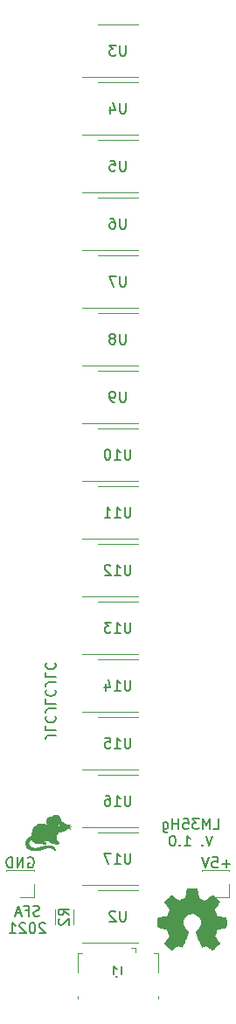
<source format=gbr>
%TF.GenerationSoftware,KiCad,Pcbnew,5.1.9*%
%TF.CreationDate,2021-04-30T20:41:33+02:00*%
%TF.ProjectId,AnalogThermometer,416e616c-6f67-4546-9865-726d6f6d6574,rev?*%
%TF.SameCoordinates,Original*%
%TF.FileFunction,Legend,Bot*%
%TF.FilePolarity,Positive*%
%FSLAX46Y46*%
G04 Gerber Fmt 4.6, Leading zero omitted, Abs format (unit mm)*
G04 Created by KiCad (PCBNEW 5.1.9) date 2021-04-30 20:41:33*
%MOMM*%
%LPD*%
G01*
G04 APERTURE LIST*
%ADD10C,0.150000*%
%ADD11C,0.010000*%
%ADD12C,0.120000*%
%ADD13R,1.500000X1.900000*%
%ADD14C,1.450000*%
%ADD15R,0.400000X1.350000*%
%ADD16O,1.200000X1.900000*%
%ADD17R,1.200000X1.900000*%
%ADD18R,1.700000X1.700000*%
G04 APERTURE END LIST*
D10*
X41433476Y-102624380D02*
X41909666Y-102624380D01*
X41909666Y-101624380D01*
X41100142Y-102624380D02*
X41100142Y-101624380D01*
X40766809Y-102338666D01*
X40433476Y-101624380D01*
X40433476Y-102624380D01*
X40052523Y-101624380D02*
X39433476Y-101624380D01*
X39766809Y-102005333D01*
X39623952Y-102005333D01*
X39528714Y-102052952D01*
X39481095Y-102100571D01*
X39433476Y-102195809D01*
X39433476Y-102433904D01*
X39481095Y-102529142D01*
X39528714Y-102576761D01*
X39623952Y-102624380D01*
X39909666Y-102624380D01*
X40004904Y-102576761D01*
X40052523Y-102529142D01*
X38528714Y-101624380D02*
X39004904Y-101624380D01*
X39052523Y-102100571D01*
X39004904Y-102052952D01*
X38909666Y-102005333D01*
X38671571Y-102005333D01*
X38576333Y-102052952D01*
X38528714Y-102100571D01*
X38481095Y-102195809D01*
X38481095Y-102433904D01*
X38528714Y-102529142D01*
X38576333Y-102576761D01*
X38671571Y-102624380D01*
X38909666Y-102624380D01*
X39004904Y-102576761D01*
X39052523Y-102529142D01*
X38052523Y-102624380D02*
X38052523Y-101624380D01*
X38052523Y-102100571D02*
X37481095Y-102100571D01*
X37481095Y-102624380D02*
X37481095Y-101624380D01*
X36576333Y-101957714D02*
X36576333Y-102767238D01*
X36623952Y-102862476D01*
X36671571Y-102910095D01*
X36766809Y-102957714D01*
X36909666Y-102957714D01*
X37004904Y-102910095D01*
X36576333Y-102576761D02*
X36671571Y-102624380D01*
X36862047Y-102624380D01*
X36957285Y-102576761D01*
X37004904Y-102529142D01*
X37052523Y-102433904D01*
X37052523Y-102148190D01*
X37004904Y-102052952D01*
X36957285Y-102005333D01*
X36862047Y-101957714D01*
X36671571Y-101957714D01*
X36576333Y-102005333D01*
X41385857Y-103274380D02*
X41052523Y-104274380D01*
X40719190Y-103274380D01*
X40385857Y-104179142D02*
X40338238Y-104226761D01*
X40385857Y-104274380D01*
X40433476Y-104226761D01*
X40385857Y-104179142D01*
X40385857Y-104274380D01*
X38623952Y-104274380D02*
X39195380Y-104274380D01*
X38909666Y-104274380D02*
X38909666Y-103274380D01*
X39004904Y-103417238D01*
X39100142Y-103512476D01*
X39195380Y-103560095D01*
X38195380Y-104179142D02*
X38147761Y-104226761D01*
X38195380Y-104274380D01*
X38243000Y-104226761D01*
X38195380Y-104179142D01*
X38195380Y-104274380D01*
X37528714Y-103274380D02*
X37433476Y-103274380D01*
X37338238Y-103322000D01*
X37290619Y-103369619D01*
X37243000Y-103464857D01*
X37195380Y-103655333D01*
X37195380Y-103893428D01*
X37243000Y-104083904D01*
X37290619Y-104179142D01*
X37338238Y-104226761D01*
X37433476Y-104274380D01*
X37528714Y-104274380D01*
X37623952Y-104226761D01*
X37671571Y-104179142D01*
X37719190Y-104083904D01*
X37766809Y-103893428D01*
X37766809Y-103655333D01*
X37719190Y-103464857D01*
X37671571Y-103369619D01*
X37623952Y-103322000D01*
X37528714Y-103274380D01*
X23494904Y-105418000D02*
X23590142Y-105370380D01*
X23733000Y-105370380D01*
X23875857Y-105418000D01*
X23971095Y-105513238D01*
X24018714Y-105608476D01*
X24066333Y-105798952D01*
X24066333Y-105941809D01*
X24018714Y-106132285D01*
X23971095Y-106227523D01*
X23875857Y-106322761D01*
X23733000Y-106370380D01*
X23637761Y-106370380D01*
X23494904Y-106322761D01*
X23447285Y-106275142D01*
X23447285Y-105941809D01*
X23637761Y-105941809D01*
X23018714Y-106370380D02*
X23018714Y-105370380D01*
X22447285Y-106370380D01*
X22447285Y-105370380D01*
X21971095Y-106370380D02*
X21971095Y-105370380D01*
X21733000Y-105370380D01*
X21590142Y-105418000D01*
X21494904Y-105513238D01*
X21447285Y-105608476D01*
X21399666Y-105798952D01*
X21399666Y-105941809D01*
X21447285Y-106132285D01*
X21494904Y-106227523D01*
X21590142Y-106322761D01*
X21733000Y-106370380D01*
X21971095Y-106370380D01*
X43068714Y-105989428D02*
X42306809Y-105989428D01*
X42687761Y-106370380D02*
X42687761Y-105608476D01*
X41354428Y-105370380D02*
X41830619Y-105370380D01*
X41878238Y-105846571D01*
X41830619Y-105798952D01*
X41735380Y-105751333D01*
X41497285Y-105751333D01*
X41402047Y-105798952D01*
X41354428Y-105846571D01*
X41306809Y-105941809D01*
X41306809Y-106179904D01*
X41354428Y-106275142D01*
X41402047Y-106322761D01*
X41497285Y-106370380D01*
X41735380Y-106370380D01*
X41830619Y-106322761D01*
X41878238Y-106275142D01*
X41021095Y-105370380D02*
X40687761Y-106370380D01*
X40354428Y-105370380D01*
X24574357Y-111022261D02*
X24431500Y-111069880D01*
X24193404Y-111069880D01*
X24098166Y-111022261D01*
X24050547Y-110974642D01*
X24002928Y-110879404D01*
X24002928Y-110784166D01*
X24050547Y-110688928D01*
X24098166Y-110641309D01*
X24193404Y-110593690D01*
X24383880Y-110546071D01*
X24479119Y-110498452D01*
X24526738Y-110450833D01*
X24574357Y-110355595D01*
X24574357Y-110260357D01*
X24526738Y-110165119D01*
X24479119Y-110117500D01*
X24383880Y-110069880D01*
X24145785Y-110069880D01*
X24002928Y-110117500D01*
X23241023Y-110546071D02*
X23574357Y-110546071D01*
X23574357Y-111069880D02*
X23574357Y-110069880D01*
X23098166Y-110069880D01*
X22764833Y-110784166D02*
X22288642Y-110784166D01*
X22860071Y-111069880D02*
X22526738Y-110069880D01*
X22193404Y-111069880D01*
X25145785Y-111815119D02*
X25098166Y-111767500D01*
X25002928Y-111719880D01*
X24764833Y-111719880D01*
X24669595Y-111767500D01*
X24621976Y-111815119D01*
X24574357Y-111910357D01*
X24574357Y-112005595D01*
X24621976Y-112148452D01*
X25193404Y-112719880D01*
X24574357Y-112719880D01*
X23955309Y-111719880D02*
X23860071Y-111719880D01*
X23764833Y-111767500D01*
X23717214Y-111815119D01*
X23669595Y-111910357D01*
X23621976Y-112100833D01*
X23621976Y-112338928D01*
X23669595Y-112529404D01*
X23717214Y-112624642D01*
X23764833Y-112672261D01*
X23860071Y-112719880D01*
X23955309Y-112719880D01*
X24050547Y-112672261D01*
X24098166Y-112624642D01*
X24145785Y-112529404D01*
X24193404Y-112338928D01*
X24193404Y-112100833D01*
X24145785Y-111910357D01*
X24098166Y-111815119D01*
X24050547Y-111767500D01*
X23955309Y-111719880D01*
X23241023Y-111815119D02*
X23193404Y-111767500D01*
X23098166Y-111719880D01*
X22860071Y-111719880D01*
X22764833Y-111767500D01*
X22717214Y-111815119D01*
X22669595Y-111910357D01*
X22669595Y-112005595D01*
X22717214Y-112148452D01*
X23288642Y-112719880D01*
X22669595Y-112719880D01*
X21717214Y-112719880D02*
X22288642Y-112719880D01*
X22002928Y-112719880D02*
X22002928Y-111719880D01*
X22098166Y-111862738D01*
X22193404Y-111957976D01*
X22288642Y-112005595D01*
X26201619Y-93566833D02*
X25487333Y-93566833D01*
X25344476Y-93614452D01*
X25249238Y-93709690D01*
X25201619Y-93852547D01*
X25201619Y-93947785D01*
X25201619Y-92614452D02*
X25201619Y-93090642D01*
X26201619Y-93090642D01*
X25296857Y-91709690D02*
X25249238Y-91757309D01*
X25201619Y-91900166D01*
X25201619Y-91995404D01*
X25249238Y-92138261D01*
X25344476Y-92233500D01*
X25439714Y-92281119D01*
X25630190Y-92328738D01*
X25773047Y-92328738D01*
X25963523Y-92281119D01*
X26058761Y-92233500D01*
X26154000Y-92138261D01*
X26201619Y-91995404D01*
X26201619Y-91900166D01*
X26154000Y-91757309D01*
X26106380Y-91709690D01*
X26201619Y-90995404D02*
X25487333Y-90995404D01*
X25344476Y-91043023D01*
X25249238Y-91138261D01*
X25201619Y-91281119D01*
X25201619Y-91376357D01*
X25201619Y-90043023D02*
X25201619Y-90519214D01*
X26201619Y-90519214D01*
X25296857Y-89138261D02*
X25249238Y-89185880D01*
X25201619Y-89328738D01*
X25201619Y-89423976D01*
X25249238Y-89566833D01*
X25344476Y-89662071D01*
X25439714Y-89709690D01*
X25630190Y-89757309D01*
X25773047Y-89757309D01*
X25963523Y-89709690D01*
X26058761Y-89662071D01*
X26154000Y-89566833D01*
X26201619Y-89423976D01*
X26201619Y-89328738D01*
X26154000Y-89185880D01*
X26106380Y-89138261D01*
X26201619Y-88423976D02*
X25487333Y-88423976D01*
X25344476Y-88471595D01*
X25249238Y-88566833D01*
X25201619Y-88709690D01*
X25201619Y-88804928D01*
X25201619Y-87471595D02*
X25201619Y-87947785D01*
X26201619Y-87947785D01*
X25296857Y-86566833D02*
X25249238Y-86614452D01*
X25201619Y-86757309D01*
X25201619Y-86852547D01*
X25249238Y-86995404D01*
X25344476Y-87090642D01*
X25439714Y-87138261D01*
X25630190Y-87185880D01*
X25773047Y-87185880D01*
X25963523Y-87138261D01*
X26058761Y-87090642D01*
X26154000Y-86995404D01*
X26201619Y-86852547D01*
X26201619Y-86757309D01*
X26154000Y-86614452D01*
X26106380Y-86566833D01*
D11*
%TO.C,G\u002A\u002A\u002A*%
G36*
X26067168Y-101255804D02*
G01*
X25997486Y-101271676D01*
X25943937Y-101299428D01*
X25921009Y-101319152D01*
X25892587Y-101351445D01*
X25865035Y-101388543D01*
X25843291Y-101423116D01*
X25832293Y-101447838D01*
X25831800Y-101451547D01*
X25822804Y-101474545D01*
X25812648Y-101485785D01*
X25802558Y-101492451D01*
X25788982Y-101495879D01*
X25767268Y-101495853D01*
X25732765Y-101492159D01*
X25680821Y-101484583D01*
X25636686Y-101477662D01*
X25580401Y-101477693D01*
X25514035Y-101491717D01*
X25455704Y-101513768D01*
X25416664Y-101539205D01*
X25375066Y-101577531D01*
X25337650Y-101621271D01*
X25311156Y-101662947D01*
X25303650Y-101682414D01*
X25293575Y-101709234D01*
X25284294Y-101721519D01*
X25279110Y-101736776D01*
X25275559Y-101770618D01*
X25273632Y-101816282D01*
X25273316Y-101867006D01*
X25274601Y-101916028D01*
X25277476Y-101956586D01*
X25281930Y-101981917D01*
X25284723Y-101986746D01*
X25295575Y-102003290D01*
X25304782Y-102031945D01*
X25313996Y-102058545D01*
X25324618Y-102069894D01*
X25324810Y-102069900D01*
X25335944Y-102079777D01*
X25336500Y-102084098D01*
X25344300Y-102101563D01*
X25363966Y-102129011D01*
X25374600Y-102141690D01*
X25397518Y-102169861D01*
X25411100Y-102190554D01*
X25412700Y-102195303D01*
X25422921Y-102207551D01*
X25443452Y-102219534D01*
X25466211Y-102237321D01*
X25467653Y-102258593D01*
X25460085Y-102274755D01*
X25444245Y-102276892D01*
X25421026Y-102270288D01*
X25389667Y-102257862D01*
X25369242Y-102246281D01*
X25368885Y-102245966D01*
X25346767Y-102236557D01*
X25332705Y-102235000D01*
X25304379Y-102230100D01*
X25269449Y-102218275D01*
X25268570Y-102217902D01*
X25210275Y-102194790D01*
X25152085Y-102176082D01*
X25087479Y-102160145D01*
X25009936Y-102145350D01*
X24923750Y-102131671D01*
X24862838Y-102125750D01*
X24789018Y-102123393D01*
X24708838Y-102124302D01*
X24628843Y-102128178D01*
X24555581Y-102134724D01*
X24495596Y-102143641D01*
X24460200Y-102152768D01*
X24344932Y-102203798D01*
X24237310Y-102269294D01*
X24143636Y-102344962D01*
X24083031Y-102409863D01*
X24056424Y-102442738D01*
X24036384Y-102467059D01*
X24028400Y-102476300D01*
X24011501Y-102499796D01*
X23988557Y-102540238D01*
X23962825Y-102590935D01*
X23937560Y-102645196D01*
X23916016Y-102696330D01*
X23901743Y-102736650D01*
X23871504Y-102854414D01*
X23850221Y-102976691D01*
X23836739Y-103104950D01*
X23828539Y-103189244D01*
X23818806Y-103250218D01*
X23806985Y-103289935D01*
X23792523Y-103310454D01*
X23780392Y-103314500D01*
X23759989Y-103320660D01*
X23724502Y-103336856D01*
X23680386Y-103359661D01*
X23634096Y-103385647D01*
X23592086Y-103411385D01*
X23571200Y-103425586D01*
X23521310Y-103466290D01*
X23466864Y-103518359D01*
X23413181Y-103575903D01*
X23365582Y-103633030D01*
X23329386Y-103683850D01*
X23315312Y-103708955D01*
X23285250Y-103773282D01*
X23264620Y-103821653D01*
X23251652Y-103860907D01*
X23244574Y-103897884D01*
X23241614Y-103939421D01*
X23241001Y-103992359D01*
X23241000Y-103995851D01*
X23247249Y-104105612D01*
X23266893Y-104199475D01*
X23301004Y-104283363D01*
X23320822Y-104321800D01*
X23336660Y-104352405D01*
X23355951Y-104379399D01*
X23389326Y-104416811D01*
X23431083Y-104459130D01*
X23475521Y-104500847D01*
X23516941Y-104536451D01*
X23549640Y-104560430D01*
X23555208Y-104563657D01*
X23613790Y-104593323D01*
X23681293Y-104624966D01*
X23717250Y-104640826D01*
X23811388Y-104671727D01*
X23926553Y-104693295D01*
X24060061Y-104705294D01*
X24209223Y-104707485D01*
X24371353Y-104699632D01*
X24377650Y-104699139D01*
X24431005Y-104693370D01*
X24478762Y-104685523D01*
X24511757Y-104677151D01*
X24515002Y-104675888D01*
X24554367Y-104664872D01*
X24593628Y-104660700D01*
X24624740Y-104657579D01*
X24643004Y-104649980D01*
X24643668Y-104649105D01*
X24659752Y-104639807D01*
X24690968Y-104630949D01*
X24701500Y-104628950D01*
X24735237Y-104620884D01*
X24756789Y-104611352D01*
X24759333Y-104608794D01*
X24776429Y-104599439D01*
X24794325Y-104597121D01*
X24825620Y-104591206D01*
X24858527Y-104578071D01*
X24893084Y-104564282D01*
X24922027Y-104558696D01*
X24953916Y-104550760D01*
X24973803Y-104539646D01*
X25004499Y-104524663D01*
X25025238Y-104521000D01*
X25052690Y-104516135D01*
X25064086Y-104509932D01*
X25082024Y-104500774D01*
X25116457Y-104488152D01*
X25152350Y-104477036D01*
X25203392Y-104462034D01*
X25253287Y-104446762D01*
X25279350Y-104438418D01*
X25349031Y-104422726D01*
X25434125Y-104414601D01*
X25525884Y-104413916D01*
X25615560Y-104420541D01*
X25694406Y-104434349D01*
X25730200Y-104445036D01*
X25859934Y-104501928D01*
X25975058Y-104571882D01*
X25990550Y-104583227D01*
X26028482Y-104612414D01*
X26058196Y-104636568D01*
X26073950Y-104651000D01*
X26074688Y-104651938D01*
X26085309Y-104657188D01*
X26092442Y-104643757D01*
X26093905Y-104618328D01*
X26091348Y-104600959D01*
X26060213Y-104517634D01*
X26006409Y-104439294D01*
X25932623Y-104369449D01*
X25892282Y-104340862D01*
X25835785Y-104308801D01*
X25775342Y-104281615D01*
X25718913Y-104262417D01*
X25674460Y-104254317D01*
X25670625Y-104254237D01*
X25645009Y-104249095D01*
X25634950Y-104241600D01*
X25619537Y-104236811D01*
X25581766Y-104232999D01*
X25524664Y-104230342D01*
X25451262Y-104229017D01*
X25419050Y-104228900D01*
X25340141Y-104229660D01*
X25276357Y-104231822D01*
X25230727Y-104235207D01*
X25206282Y-104239638D01*
X25203150Y-104241600D01*
X25186203Y-104250308D01*
X25155650Y-104254276D01*
X25153059Y-104254300D01*
X25108706Y-104259250D01*
X25047045Y-104273146D01*
X24973951Y-104294556D01*
X24936450Y-104307109D01*
X24897792Y-104318976D01*
X24866600Y-104326595D01*
X24832020Y-104336379D01*
X24794831Y-104350708D01*
X24757517Y-104363338D01*
X24723953Y-104368599D01*
X24723923Y-104368600D01*
X24696300Y-104372171D01*
X24683548Y-104378125D01*
X24665340Y-104386288D01*
X24627715Y-104396715D01*
X24576411Y-104408153D01*
X24517169Y-104419349D01*
X24455726Y-104429050D01*
X24441150Y-104431035D01*
X24384519Y-104439767D01*
X24325010Y-104450873D01*
X24297294Y-104456888D01*
X24235513Y-104465447D01*
X24159281Y-104467202D01*
X24075902Y-104462870D01*
X23992680Y-104453169D01*
X23916920Y-104438816D01*
X23855927Y-104420528D01*
X23835941Y-104411573D01*
X23804700Y-104398686D01*
X23781966Y-104394000D01*
X23764299Y-104387502D01*
X23761700Y-104381300D01*
X23751967Y-104369050D01*
X23748486Y-104368600D01*
X23723656Y-104359082D01*
X23690032Y-104333946D01*
X23653477Y-104298317D01*
X23619857Y-104257320D01*
X23617707Y-104254300D01*
X23586083Y-104207024D01*
X23561797Y-104163592D01*
X23538729Y-104112510D01*
X23527320Y-104084474D01*
X23516512Y-104046413D01*
X23509920Y-104001626D01*
X23507913Y-103958005D01*
X23510858Y-103923446D01*
X23518994Y-103905919D01*
X23530387Y-103889367D01*
X23538350Y-103866814D01*
X23552545Y-103835938D01*
X23579000Y-103797704D01*
X23612593Y-103757701D01*
X23648201Y-103721514D01*
X23680703Y-103694732D01*
X23704977Y-103682942D01*
X23707032Y-103682800D01*
X23722277Y-103675208D01*
X23723600Y-103670341D01*
X23734376Y-103658304D01*
X23755350Y-103649915D01*
X23779125Y-103640109D01*
X23787100Y-103630623D01*
X23798137Y-103622651D01*
X23824701Y-103619300D01*
X23824959Y-103619300D01*
X23854024Y-103624157D01*
X23868406Y-103643550D01*
X23871537Y-103654225D01*
X23900993Y-103724366D01*
X23952016Y-103792063D01*
X24020872Y-103852612D01*
X24038753Y-103864976D01*
X24082700Y-103892771D01*
X24121733Y-103915337D01*
X24148526Y-103928481D01*
X24151576Y-103929551D01*
X24177223Y-103946489D01*
X24187347Y-103962820D01*
X24193078Y-103973658D01*
X24204345Y-103982788D01*
X24223482Y-103990496D01*
X24252824Y-103997068D01*
X24294706Y-104002788D01*
X24351462Y-104007942D01*
X24425428Y-104012816D01*
X24518938Y-104017694D01*
X24634327Y-104022863D01*
X24701500Y-104025668D01*
X24789648Y-104029836D01*
X24874206Y-104034838D01*
X24950153Y-104040302D01*
X25012469Y-104045853D01*
X25056132Y-104051118D01*
X25065872Y-104052783D01*
X25112463Y-104060570D01*
X25141508Y-104061327D01*
X25159887Y-104054980D01*
X25164297Y-104051725D01*
X25179799Y-104024378D01*
X25182432Y-103986095D01*
X25172450Y-103947690D01*
X25161453Y-103930172D01*
X25112986Y-103887700D01*
X25048294Y-103850873D01*
X24976500Y-103823738D01*
X24906727Y-103810341D01*
X24889614Y-103809605D01*
X24854563Y-103806021D01*
X24828978Y-103797665D01*
X24828833Y-103797574D01*
X24818883Y-103786645D01*
X24825048Y-103771209D01*
X24840572Y-103753318D01*
X24852735Y-103741155D01*
X24865542Y-103732493D01*
X24883242Y-103726737D01*
X24910082Y-103723294D01*
X24950310Y-103721569D01*
X25008175Y-103720969D01*
X25072422Y-103720900D01*
X25159399Y-103720152D01*
X25224763Y-103717715D01*
X25272263Y-103713301D01*
X25305647Y-103706620D01*
X25319409Y-103701850D01*
X25369765Y-103686036D01*
X25409874Y-103687667D01*
X25444471Y-103708824D01*
X25478293Y-103751590D01*
X25494845Y-103779003D01*
X25527129Y-103816870D01*
X25579447Y-103856839D01*
X25646806Y-103896669D01*
X25724214Y-103934121D01*
X25806676Y-103966957D01*
X25889202Y-103992936D01*
X25966797Y-104009819D01*
X26021566Y-104015260D01*
X26054419Y-104022160D01*
X26090636Y-104037537D01*
X26091416Y-104037971D01*
X26147351Y-104062723D01*
X26206865Y-104078321D01*
X26261556Y-104083238D01*
X26302119Y-104076326D01*
X26328120Y-104062659D01*
X26339756Y-104050813D01*
X26339801Y-104050289D01*
X26351104Y-104043015D01*
X26379454Y-104037245D01*
X26392482Y-104035955D01*
X26438422Y-104026183D01*
X26461494Y-104005363D01*
X26461710Y-103973479D01*
X26453514Y-103953887D01*
X26430441Y-103917480D01*
X26404951Y-103888580D01*
X26383262Y-103873941D01*
X26379299Y-103873300D01*
X26367611Y-103862861D01*
X26350791Y-103836375D01*
X26341997Y-103819325D01*
X26316771Y-103775891D01*
X26286366Y-103734977D01*
X26278626Y-103726398D01*
X26252817Y-103697632D01*
X26233528Y-103669739D01*
X26219599Y-103638224D01*
X26209872Y-103598593D01*
X26203189Y-103546351D01*
X26198391Y-103477004D01*
X26194949Y-103401726D01*
X26186351Y-103190503D01*
X26222249Y-103154076D01*
X26254329Y-103118059D01*
X26285492Y-103077961D01*
X26288837Y-103073200D01*
X26309429Y-103044225D01*
X26324039Y-103025192D01*
X26326610Y-103022400D01*
X26336359Y-103008069D01*
X26352382Y-102979672D01*
X26358972Y-102967164D01*
X26382603Y-102927858D01*
X26408618Y-102902837D01*
X26443331Y-102889043D01*
X26493062Y-102883422D01*
X26533534Y-102882700D01*
X26597429Y-102879760D01*
X26651270Y-102871723D01*
X26678309Y-102863650D01*
X26718309Y-102850799D01*
X26755533Y-102844682D01*
X26759000Y-102844600D01*
X26796315Y-102838529D01*
X26830474Y-102825628D01*
X26863156Y-102812073D01*
X26889248Y-102806578D01*
X26903744Y-102805588D01*
X26919995Y-102801087D01*
X26944325Y-102790611D01*
X26983061Y-102771696D01*
X26998055Y-102764198D01*
X27030197Y-102750137D01*
X27054135Y-102743165D01*
X27056474Y-102743000D01*
X27075434Y-102735992D01*
X27105935Y-102718116D01*
X27125185Y-102704900D01*
X27157469Y-102683061D01*
X27181953Y-102669277D01*
X27189532Y-102666800D01*
X27204905Y-102658449D01*
X27205517Y-102657275D01*
X27216683Y-102644526D01*
X27241554Y-102620805D01*
X27270450Y-102595019D01*
X27297193Y-102571712D01*
X27317402Y-102557138D01*
X27337041Y-102550929D01*
X27362071Y-102552717D01*
X27398455Y-102562133D01*
X27452157Y-102578808D01*
X27465455Y-102582968D01*
X27523350Y-102598564D01*
X27560902Y-102602425D01*
X27580313Y-102594514D01*
X27584292Y-102581075D01*
X27575526Y-102564679D01*
X27547221Y-102549007D01*
X27511267Y-102536549D01*
X27446113Y-102517605D01*
X27400018Y-102507135D01*
X27368250Y-102504710D01*
X27346079Y-102509903D01*
X27330945Y-102520257D01*
X27318145Y-102529952D01*
X27305492Y-102531202D01*
X27288176Y-102521557D01*
X27261385Y-102498569D01*
X27229689Y-102468730D01*
X27181626Y-102417695D01*
X27156348Y-102377813D01*
X27153861Y-102349098D01*
X27174169Y-102331561D01*
X27177521Y-102330402D01*
X27202824Y-102327968D01*
X27229869Y-102338847D01*
X27262983Y-102365671D01*
X27302029Y-102406146D01*
X27332438Y-102437999D01*
X27351863Y-102452923D01*
X27365267Y-102453761D01*
X27373892Y-102447322D01*
X27396663Y-102436608D01*
X27438642Y-102427593D01*
X27486990Y-102422125D01*
X27557799Y-102413885D01*
X27604054Y-102401616D01*
X27626314Y-102385104D01*
X27627043Y-102368219D01*
X27616223Y-102356799D01*
X27592151Y-102355224D01*
X27567191Y-102358819D01*
X27520569Y-102364682D01*
X27467517Y-102368005D01*
X27451303Y-102368281D01*
X27406661Y-102364600D01*
X27385287Y-102353026D01*
X27387176Y-102332945D01*
X27405653Y-102311485D01*
X26555700Y-102311485D01*
X26551482Y-102358621D01*
X26535911Y-102385960D01*
X26504613Y-102398129D01*
X26471926Y-102400100D01*
X26434608Y-102396745D01*
X26406923Y-102382857D01*
X26379216Y-102355208D01*
X26353399Y-102320405D01*
X26341984Y-102285858D01*
X26339800Y-102248165D01*
X26345360Y-102194778D01*
X26363357Y-102162397D01*
X26395767Y-102148882D01*
X26430627Y-102149827D01*
X26485122Y-102168770D01*
X26525735Y-102207140D01*
X26549904Y-102261628D01*
X26555700Y-102311485D01*
X27405653Y-102311485D01*
X27412321Y-102303742D01*
X27450307Y-102272547D01*
X27492854Y-102236860D01*
X27516123Y-102209206D01*
X27519246Y-102191142D01*
X27501356Y-102184226D01*
X27499461Y-102184200D01*
X27477183Y-102190628D01*
X27447061Y-102206275D01*
X27417729Y-102225684D01*
X27397819Y-102243397D01*
X27393987Y-102250875D01*
X27383617Y-102258618D01*
X27360539Y-102260033D01*
X27336503Y-102255652D01*
X27324050Y-102247700D01*
X27305694Y-102236060D01*
X27297634Y-102235000D01*
X27276461Y-102229405D01*
X27240374Y-102214935D01*
X27196655Y-102195062D01*
X27152587Y-102173257D01*
X27115454Y-102152991D01*
X27092536Y-102137736D01*
X27091368Y-102136679D01*
X27072790Y-102123014D01*
X27065839Y-102120700D01*
X27051381Y-102112942D01*
X27027897Y-102094047D01*
X27025471Y-102091856D01*
X26998801Y-102070213D01*
X26958904Y-102040789D01*
X26913210Y-102008739D01*
X26869149Y-101979219D01*
X26834149Y-101957382D01*
X26822400Y-101950971D01*
X26803050Y-101941070D01*
X26767579Y-101922572D01*
X26722304Y-101898776D01*
X26701750Y-101887925D01*
X26600150Y-101834217D01*
X26586778Y-101720283D01*
X26579022Y-101664532D01*
X26569925Y-101614548D01*
X26561062Y-101578590D01*
X26558203Y-101570598D01*
X26547184Y-101538986D01*
X26543001Y-101516623D01*
X26536633Y-101500249D01*
X26531677Y-101498400D01*
X26520527Y-101487629D01*
X26512304Y-101466327D01*
X26497166Y-101437296D01*
X26466880Y-101399275D01*
X26427072Y-101357884D01*
X26383370Y-101318744D01*
X26341403Y-101287476D01*
X26321743Y-101275995D01*
X26288407Y-101262575D01*
X26248816Y-101254689D01*
X26195559Y-101251202D01*
X26156643Y-101250750D01*
X26067168Y-101255804D01*
G37*
X26067168Y-101255804D02*
X25997486Y-101271676D01*
X25943937Y-101299428D01*
X25921009Y-101319152D01*
X25892587Y-101351445D01*
X25865035Y-101388543D01*
X25843291Y-101423116D01*
X25832293Y-101447838D01*
X25831800Y-101451547D01*
X25822804Y-101474545D01*
X25812648Y-101485785D01*
X25802558Y-101492451D01*
X25788982Y-101495879D01*
X25767268Y-101495853D01*
X25732765Y-101492159D01*
X25680821Y-101484583D01*
X25636686Y-101477662D01*
X25580401Y-101477693D01*
X25514035Y-101491717D01*
X25455704Y-101513768D01*
X25416664Y-101539205D01*
X25375066Y-101577531D01*
X25337650Y-101621271D01*
X25311156Y-101662947D01*
X25303650Y-101682414D01*
X25293575Y-101709234D01*
X25284294Y-101721519D01*
X25279110Y-101736776D01*
X25275559Y-101770618D01*
X25273632Y-101816282D01*
X25273316Y-101867006D01*
X25274601Y-101916028D01*
X25277476Y-101956586D01*
X25281930Y-101981917D01*
X25284723Y-101986746D01*
X25295575Y-102003290D01*
X25304782Y-102031945D01*
X25313996Y-102058545D01*
X25324618Y-102069894D01*
X25324810Y-102069900D01*
X25335944Y-102079777D01*
X25336500Y-102084098D01*
X25344300Y-102101563D01*
X25363966Y-102129011D01*
X25374600Y-102141690D01*
X25397518Y-102169861D01*
X25411100Y-102190554D01*
X25412700Y-102195303D01*
X25422921Y-102207551D01*
X25443452Y-102219534D01*
X25466211Y-102237321D01*
X25467653Y-102258593D01*
X25460085Y-102274755D01*
X25444245Y-102276892D01*
X25421026Y-102270288D01*
X25389667Y-102257862D01*
X25369242Y-102246281D01*
X25368885Y-102245966D01*
X25346767Y-102236557D01*
X25332705Y-102235000D01*
X25304379Y-102230100D01*
X25269449Y-102218275D01*
X25268570Y-102217902D01*
X25210275Y-102194790D01*
X25152085Y-102176082D01*
X25087479Y-102160145D01*
X25009936Y-102145350D01*
X24923750Y-102131671D01*
X24862838Y-102125750D01*
X24789018Y-102123393D01*
X24708838Y-102124302D01*
X24628843Y-102128178D01*
X24555581Y-102134724D01*
X24495596Y-102143641D01*
X24460200Y-102152768D01*
X24344932Y-102203798D01*
X24237310Y-102269294D01*
X24143636Y-102344962D01*
X24083031Y-102409863D01*
X24056424Y-102442738D01*
X24036384Y-102467059D01*
X24028400Y-102476300D01*
X24011501Y-102499796D01*
X23988557Y-102540238D01*
X23962825Y-102590935D01*
X23937560Y-102645196D01*
X23916016Y-102696330D01*
X23901743Y-102736650D01*
X23871504Y-102854414D01*
X23850221Y-102976691D01*
X23836739Y-103104950D01*
X23828539Y-103189244D01*
X23818806Y-103250218D01*
X23806985Y-103289935D01*
X23792523Y-103310454D01*
X23780392Y-103314500D01*
X23759989Y-103320660D01*
X23724502Y-103336856D01*
X23680386Y-103359661D01*
X23634096Y-103385647D01*
X23592086Y-103411385D01*
X23571200Y-103425586D01*
X23521310Y-103466290D01*
X23466864Y-103518359D01*
X23413181Y-103575903D01*
X23365582Y-103633030D01*
X23329386Y-103683850D01*
X23315312Y-103708955D01*
X23285250Y-103773282D01*
X23264620Y-103821653D01*
X23251652Y-103860907D01*
X23244574Y-103897884D01*
X23241614Y-103939421D01*
X23241001Y-103992359D01*
X23241000Y-103995851D01*
X23247249Y-104105612D01*
X23266893Y-104199475D01*
X23301004Y-104283363D01*
X23320822Y-104321800D01*
X23336660Y-104352405D01*
X23355951Y-104379399D01*
X23389326Y-104416811D01*
X23431083Y-104459130D01*
X23475521Y-104500847D01*
X23516941Y-104536451D01*
X23549640Y-104560430D01*
X23555208Y-104563657D01*
X23613790Y-104593323D01*
X23681293Y-104624966D01*
X23717250Y-104640826D01*
X23811388Y-104671727D01*
X23926553Y-104693295D01*
X24060061Y-104705294D01*
X24209223Y-104707485D01*
X24371353Y-104699632D01*
X24377650Y-104699139D01*
X24431005Y-104693370D01*
X24478762Y-104685523D01*
X24511757Y-104677151D01*
X24515002Y-104675888D01*
X24554367Y-104664872D01*
X24593628Y-104660700D01*
X24624740Y-104657579D01*
X24643004Y-104649980D01*
X24643668Y-104649105D01*
X24659752Y-104639807D01*
X24690968Y-104630949D01*
X24701500Y-104628950D01*
X24735237Y-104620884D01*
X24756789Y-104611352D01*
X24759333Y-104608794D01*
X24776429Y-104599439D01*
X24794325Y-104597121D01*
X24825620Y-104591206D01*
X24858527Y-104578071D01*
X24893084Y-104564282D01*
X24922027Y-104558696D01*
X24953916Y-104550760D01*
X24973803Y-104539646D01*
X25004499Y-104524663D01*
X25025238Y-104521000D01*
X25052690Y-104516135D01*
X25064086Y-104509932D01*
X25082024Y-104500774D01*
X25116457Y-104488152D01*
X25152350Y-104477036D01*
X25203392Y-104462034D01*
X25253287Y-104446762D01*
X25279350Y-104438418D01*
X25349031Y-104422726D01*
X25434125Y-104414601D01*
X25525884Y-104413916D01*
X25615560Y-104420541D01*
X25694406Y-104434349D01*
X25730200Y-104445036D01*
X25859934Y-104501928D01*
X25975058Y-104571882D01*
X25990550Y-104583227D01*
X26028482Y-104612414D01*
X26058196Y-104636568D01*
X26073950Y-104651000D01*
X26074688Y-104651938D01*
X26085309Y-104657188D01*
X26092442Y-104643757D01*
X26093905Y-104618328D01*
X26091348Y-104600959D01*
X26060213Y-104517634D01*
X26006409Y-104439294D01*
X25932623Y-104369449D01*
X25892282Y-104340862D01*
X25835785Y-104308801D01*
X25775342Y-104281615D01*
X25718913Y-104262417D01*
X25674460Y-104254317D01*
X25670625Y-104254237D01*
X25645009Y-104249095D01*
X25634950Y-104241600D01*
X25619537Y-104236811D01*
X25581766Y-104232999D01*
X25524664Y-104230342D01*
X25451262Y-104229017D01*
X25419050Y-104228900D01*
X25340141Y-104229660D01*
X25276357Y-104231822D01*
X25230727Y-104235207D01*
X25206282Y-104239638D01*
X25203150Y-104241600D01*
X25186203Y-104250308D01*
X25155650Y-104254276D01*
X25153059Y-104254300D01*
X25108706Y-104259250D01*
X25047045Y-104273146D01*
X24973951Y-104294556D01*
X24936450Y-104307109D01*
X24897792Y-104318976D01*
X24866600Y-104326595D01*
X24832020Y-104336379D01*
X24794831Y-104350708D01*
X24757517Y-104363338D01*
X24723953Y-104368599D01*
X24723923Y-104368600D01*
X24696300Y-104372171D01*
X24683548Y-104378125D01*
X24665340Y-104386288D01*
X24627715Y-104396715D01*
X24576411Y-104408153D01*
X24517169Y-104419349D01*
X24455726Y-104429050D01*
X24441150Y-104431035D01*
X24384519Y-104439767D01*
X24325010Y-104450873D01*
X24297294Y-104456888D01*
X24235513Y-104465447D01*
X24159281Y-104467202D01*
X24075902Y-104462870D01*
X23992680Y-104453169D01*
X23916920Y-104438816D01*
X23855927Y-104420528D01*
X23835941Y-104411573D01*
X23804700Y-104398686D01*
X23781966Y-104394000D01*
X23764299Y-104387502D01*
X23761700Y-104381300D01*
X23751967Y-104369050D01*
X23748486Y-104368600D01*
X23723656Y-104359082D01*
X23690032Y-104333946D01*
X23653477Y-104298317D01*
X23619857Y-104257320D01*
X23617707Y-104254300D01*
X23586083Y-104207024D01*
X23561797Y-104163592D01*
X23538729Y-104112510D01*
X23527320Y-104084474D01*
X23516512Y-104046413D01*
X23509920Y-104001626D01*
X23507913Y-103958005D01*
X23510858Y-103923446D01*
X23518994Y-103905919D01*
X23530387Y-103889367D01*
X23538350Y-103866814D01*
X23552545Y-103835938D01*
X23579000Y-103797704D01*
X23612593Y-103757701D01*
X23648201Y-103721514D01*
X23680703Y-103694732D01*
X23704977Y-103682942D01*
X23707032Y-103682800D01*
X23722277Y-103675208D01*
X23723600Y-103670341D01*
X23734376Y-103658304D01*
X23755350Y-103649915D01*
X23779125Y-103640109D01*
X23787100Y-103630623D01*
X23798137Y-103622651D01*
X23824701Y-103619300D01*
X23824959Y-103619300D01*
X23854024Y-103624157D01*
X23868406Y-103643550D01*
X23871537Y-103654225D01*
X23900993Y-103724366D01*
X23952016Y-103792063D01*
X24020872Y-103852612D01*
X24038753Y-103864976D01*
X24082700Y-103892771D01*
X24121733Y-103915337D01*
X24148526Y-103928481D01*
X24151576Y-103929551D01*
X24177223Y-103946489D01*
X24187347Y-103962820D01*
X24193078Y-103973658D01*
X24204345Y-103982788D01*
X24223482Y-103990496D01*
X24252824Y-103997068D01*
X24294706Y-104002788D01*
X24351462Y-104007942D01*
X24425428Y-104012816D01*
X24518938Y-104017694D01*
X24634327Y-104022863D01*
X24701500Y-104025668D01*
X24789648Y-104029836D01*
X24874206Y-104034838D01*
X24950153Y-104040302D01*
X25012469Y-104045853D01*
X25056132Y-104051118D01*
X25065872Y-104052783D01*
X25112463Y-104060570D01*
X25141508Y-104061327D01*
X25159887Y-104054980D01*
X25164297Y-104051725D01*
X25179799Y-104024378D01*
X25182432Y-103986095D01*
X25172450Y-103947690D01*
X25161453Y-103930172D01*
X25112986Y-103887700D01*
X25048294Y-103850873D01*
X24976500Y-103823738D01*
X24906727Y-103810341D01*
X24889614Y-103809605D01*
X24854563Y-103806021D01*
X24828978Y-103797665D01*
X24828833Y-103797574D01*
X24818883Y-103786645D01*
X24825048Y-103771209D01*
X24840572Y-103753318D01*
X24852735Y-103741155D01*
X24865542Y-103732493D01*
X24883242Y-103726737D01*
X24910082Y-103723294D01*
X24950310Y-103721569D01*
X25008175Y-103720969D01*
X25072422Y-103720900D01*
X25159399Y-103720152D01*
X25224763Y-103717715D01*
X25272263Y-103713301D01*
X25305647Y-103706620D01*
X25319409Y-103701850D01*
X25369765Y-103686036D01*
X25409874Y-103687667D01*
X25444471Y-103708824D01*
X25478293Y-103751590D01*
X25494845Y-103779003D01*
X25527129Y-103816870D01*
X25579447Y-103856839D01*
X25646806Y-103896669D01*
X25724214Y-103934121D01*
X25806676Y-103966957D01*
X25889202Y-103992936D01*
X25966797Y-104009819D01*
X26021566Y-104015260D01*
X26054419Y-104022160D01*
X26090636Y-104037537D01*
X26091416Y-104037971D01*
X26147351Y-104062723D01*
X26206865Y-104078321D01*
X26261556Y-104083238D01*
X26302119Y-104076326D01*
X26328120Y-104062659D01*
X26339756Y-104050813D01*
X26339801Y-104050289D01*
X26351104Y-104043015D01*
X26379454Y-104037245D01*
X26392482Y-104035955D01*
X26438422Y-104026183D01*
X26461494Y-104005363D01*
X26461710Y-103973479D01*
X26453514Y-103953887D01*
X26430441Y-103917480D01*
X26404951Y-103888580D01*
X26383262Y-103873941D01*
X26379299Y-103873300D01*
X26367611Y-103862861D01*
X26350791Y-103836375D01*
X26341997Y-103819325D01*
X26316771Y-103775891D01*
X26286366Y-103734977D01*
X26278626Y-103726398D01*
X26252817Y-103697632D01*
X26233528Y-103669739D01*
X26219599Y-103638224D01*
X26209872Y-103598593D01*
X26203189Y-103546351D01*
X26198391Y-103477004D01*
X26194949Y-103401726D01*
X26186351Y-103190503D01*
X26222249Y-103154076D01*
X26254329Y-103118059D01*
X26285492Y-103077961D01*
X26288837Y-103073200D01*
X26309429Y-103044225D01*
X26324039Y-103025192D01*
X26326610Y-103022400D01*
X26336359Y-103008069D01*
X26352382Y-102979672D01*
X26358972Y-102967164D01*
X26382603Y-102927858D01*
X26408618Y-102902837D01*
X26443331Y-102889043D01*
X26493062Y-102883422D01*
X26533534Y-102882700D01*
X26597429Y-102879760D01*
X26651270Y-102871723D01*
X26678309Y-102863650D01*
X26718309Y-102850799D01*
X26755533Y-102844682D01*
X26759000Y-102844600D01*
X26796315Y-102838529D01*
X26830474Y-102825628D01*
X26863156Y-102812073D01*
X26889248Y-102806578D01*
X26903744Y-102805588D01*
X26919995Y-102801087D01*
X26944325Y-102790611D01*
X26983061Y-102771696D01*
X26998055Y-102764198D01*
X27030197Y-102750137D01*
X27054135Y-102743165D01*
X27056474Y-102743000D01*
X27075434Y-102735992D01*
X27105935Y-102718116D01*
X27125185Y-102704900D01*
X27157469Y-102683061D01*
X27181953Y-102669277D01*
X27189532Y-102666800D01*
X27204905Y-102658449D01*
X27205517Y-102657275D01*
X27216683Y-102644526D01*
X27241554Y-102620805D01*
X27270450Y-102595019D01*
X27297193Y-102571712D01*
X27317402Y-102557138D01*
X27337041Y-102550929D01*
X27362071Y-102552717D01*
X27398455Y-102562133D01*
X27452157Y-102578808D01*
X27465455Y-102582968D01*
X27523350Y-102598564D01*
X27560902Y-102602425D01*
X27580313Y-102594514D01*
X27584292Y-102581075D01*
X27575526Y-102564679D01*
X27547221Y-102549007D01*
X27511267Y-102536549D01*
X27446113Y-102517605D01*
X27400018Y-102507135D01*
X27368250Y-102504710D01*
X27346079Y-102509903D01*
X27330945Y-102520257D01*
X27318145Y-102529952D01*
X27305492Y-102531202D01*
X27288176Y-102521557D01*
X27261385Y-102498569D01*
X27229689Y-102468730D01*
X27181626Y-102417695D01*
X27156348Y-102377813D01*
X27153861Y-102349098D01*
X27174169Y-102331561D01*
X27177521Y-102330402D01*
X27202824Y-102327968D01*
X27229869Y-102338847D01*
X27262983Y-102365671D01*
X27302029Y-102406146D01*
X27332438Y-102437999D01*
X27351863Y-102452923D01*
X27365267Y-102453761D01*
X27373892Y-102447322D01*
X27396663Y-102436608D01*
X27438642Y-102427593D01*
X27486990Y-102422125D01*
X27557799Y-102413885D01*
X27604054Y-102401616D01*
X27626314Y-102385104D01*
X27627043Y-102368219D01*
X27616223Y-102356799D01*
X27592151Y-102355224D01*
X27567191Y-102358819D01*
X27520569Y-102364682D01*
X27467517Y-102368005D01*
X27451303Y-102368281D01*
X27406661Y-102364600D01*
X27385287Y-102353026D01*
X27387176Y-102332945D01*
X27405653Y-102311485D01*
X26555700Y-102311485D01*
X26551482Y-102358621D01*
X26535911Y-102385960D01*
X26504613Y-102398129D01*
X26471926Y-102400100D01*
X26434608Y-102396745D01*
X26406923Y-102382857D01*
X26379216Y-102355208D01*
X26353399Y-102320405D01*
X26341984Y-102285858D01*
X26339800Y-102248165D01*
X26345360Y-102194778D01*
X26363357Y-102162397D01*
X26395767Y-102148882D01*
X26430627Y-102149827D01*
X26485122Y-102168770D01*
X26525735Y-102207140D01*
X26549904Y-102261628D01*
X26555700Y-102311485D01*
X27405653Y-102311485D01*
X27412321Y-102303742D01*
X27450307Y-102272547D01*
X27492854Y-102236860D01*
X27516123Y-102209206D01*
X27519246Y-102191142D01*
X27501356Y-102184226D01*
X27499461Y-102184200D01*
X27477183Y-102190628D01*
X27447061Y-102206275D01*
X27417729Y-102225684D01*
X27397819Y-102243397D01*
X27393987Y-102250875D01*
X27383617Y-102258618D01*
X27360539Y-102260033D01*
X27336503Y-102255652D01*
X27324050Y-102247700D01*
X27305694Y-102236060D01*
X27297634Y-102235000D01*
X27276461Y-102229405D01*
X27240374Y-102214935D01*
X27196655Y-102195062D01*
X27152587Y-102173257D01*
X27115454Y-102152991D01*
X27092536Y-102137736D01*
X27091368Y-102136679D01*
X27072790Y-102123014D01*
X27065839Y-102120700D01*
X27051381Y-102112942D01*
X27027897Y-102094047D01*
X27025471Y-102091856D01*
X26998801Y-102070213D01*
X26958904Y-102040789D01*
X26913210Y-102008739D01*
X26869149Y-101979219D01*
X26834149Y-101957382D01*
X26822400Y-101950971D01*
X26803050Y-101941070D01*
X26767579Y-101922572D01*
X26722304Y-101898776D01*
X26701750Y-101887925D01*
X26600150Y-101834217D01*
X26586778Y-101720283D01*
X26579022Y-101664532D01*
X26569925Y-101614548D01*
X26561062Y-101578590D01*
X26558203Y-101570598D01*
X26547184Y-101538986D01*
X26543001Y-101516623D01*
X26536633Y-101500249D01*
X26531677Y-101498400D01*
X26520527Y-101487629D01*
X26512304Y-101466327D01*
X26497166Y-101437296D01*
X26466880Y-101399275D01*
X26427072Y-101357884D01*
X26383370Y-101318744D01*
X26341403Y-101287476D01*
X26321743Y-101275995D01*
X26288407Y-101262575D01*
X26248816Y-101254689D01*
X26195559Y-101251202D01*
X26156643Y-101250750D01*
X26067168Y-101255804D01*
%TO.C,REF\u002A\u002A*%
G36*
X38814186Y-108847931D02*
G01*
X38730365Y-109292555D01*
X38421080Y-109420053D01*
X38111794Y-109547551D01*
X37740754Y-109295246D01*
X37636843Y-109224996D01*
X37542913Y-109162272D01*
X37463348Y-109109938D01*
X37402530Y-109070857D01*
X37364843Y-109047893D01*
X37354579Y-109042942D01*
X37336090Y-109055676D01*
X37296580Y-109090882D01*
X37240478Y-109144062D01*
X37172213Y-109210718D01*
X37096214Y-109286354D01*
X37016908Y-109366472D01*
X36938725Y-109446574D01*
X36866093Y-109522164D01*
X36803441Y-109588745D01*
X36755197Y-109641818D01*
X36725790Y-109676887D01*
X36718759Y-109688623D01*
X36728877Y-109710260D01*
X36757241Y-109757662D01*
X36800871Y-109826193D01*
X36856782Y-109911215D01*
X36921994Y-110008093D01*
X36959781Y-110063350D01*
X37028657Y-110164248D01*
X37089860Y-110255299D01*
X37140422Y-110331970D01*
X37177372Y-110389728D01*
X37197742Y-110424043D01*
X37200803Y-110431254D01*
X37193864Y-110451748D01*
X37174949Y-110499513D01*
X37146913Y-110567832D01*
X37112609Y-110649989D01*
X37074891Y-110739270D01*
X37036613Y-110828958D01*
X37000630Y-110912338D01*
X36969794Y-110982694D01*
X36946961Y-111033310D01*
X36934983Y-111057471D01*
X36934276Y-111058422D01*
X36915469Y-111063036D01*
X36865382Y-111073328D01*
X36789207Y-111088287D01*
X36692135Y-111106901D01*
X36579357Y-111128159D01*
X36513558Y-111140418D01*
X36393050Y-111163362D01*
X36284203Y-111185195D01*
X36192524Y-111204722D01*
X36123519Y-111220748D01*
X36082696Y-111232079D01*
X36074489Y-111235674D01*
X36066452Y-111260006D01*
X36059967Y-111314959D01*
X36055030Y-111394108D01*
X36051636Y-111491026D01*
X36049782Y-111599287D01*
X36049462Y-111712465D01*
X36050673Y-111824135D01*
X36053410Y-111927868D01*
X36057669Y-112017241D01*
X36063445Y-112085826D01*
X36070733Y-112127197D01*
X36075105Y-112135810D01*
X36101236Y-112146133D01*
X36156607Y-112160892D01*
X36233893Y-112178352D01*
X36325770Y-112196780D01*
X36357842Y-112202741D01*
X36512476Y-112231066D01*
X36634625Y-112253876D01*
X36728327Y-112272080D01*
X36797616Y-112286583D01*
X36846529Y-112298292D01*
X36879103Y-112308115D01*
X36899372Y-112316956D01*
X36911374Y-112325724D01*
X36913053Y-112327457D01*
X36929816Y-112355371D01*
X36955386Y-112409695D01*
X36987212Y-112483777D01*
X37022740Y-112570965D01*
X37059417Y-112664608D01*
X37094689Y-112758052D01*
X37126004Y-112844647D01*
X37150807Y-112917740D01*
X37166546Y-112970678D01*
X37170668Y-112996811D01*
X37170324Y-112997726D01*
X37156359Y-113019086D01*
X37124678Y-113066084D01*
X37078609Y-113133827D01*
X37021482Y-113217423D01*
X36956627Y-113311982D01*
X36938157Y-113338854D01*
X36872301Y-113436275D01*
X36814350Y-113525163D01*
X36767462Y-113600412D01*
X36734793Y-113656920D01*
X36719500Y-113689581D01*
X36718759Y-113693593D01*
X36731608Y-113714684D01*
X36767112Y-113756464D01*
X36820707Y-113814445D01*
X36887829Y-113884135D01*
X36963913Y-113961045D01*
X37044396Y-114040683D01*
X37124713Y-114118561D01*
X37200301Y-114190186D01*
X37266595Y-114251070D01*
X37319031Y-114296721D01*
X37353045Y-114322650D01*
X37362455Y-114326883D01*
X37384357Y-114316912D01*
X37429200Y-114290020D01*
X37489679Y-114250736D01*
X37536211Y-114219117D01*
X37620525Y-114161098D01*
X37720374Y-114092784D01*
X37820527Y-114024579D01*
X37874373Y-113988075D01*
X38056629Y-113864800D01*
X38209619Y-113947520D01*
X38279318Y-113983759D01*
X38338586Y-114011926D01*
X38378689Y-114027991D01*
X38388897Y-114030226D01*
X38401171Y-114013722D01*
X38425387Y-113967082D01*
X38459737Y-113894609D01*
X38502412Y-113800606D01*
X38551606Y-113689374D01*
X38605510Y-113565215D01*
X38662316Y-113432432D01*
X38720218Y-113295327D01*
X38777407Y-113158202D01*
X38832076Y-113025358D01*
X38882416Y-112901098D01*
X38926620Y-112789725D01*
X38962881Y-112695539D01*
X38989391Y-112622844D01*
X39004342Y-112575941D01*
X39006746Y-112559833D01*
X38987689Y-112539286D01*
X38945964Y-112505933D01*
X38890294Y-112466702D01*
X38885622Y-112463599D01*
X38741736Y-112348423D01*
X38625717Y-112214053D01*
X38538570Y-112064784D01*
X38481301Y-111904913D01*
X38454914Y-111738737D01*
X38460415Y-111570552D01*
X38498810Y-111404655D01*
X38571105Y-111245342D01*
X38592374Y-111210487D01*
X38703004Y-111069737D01*
X38833698Y-110956714D01*
X38979936Y-110872003D01*
X39137192Y-110816194D01*
X39300943Y-110789874D01*
X39466667Y-110793630D01*
X39629838Y-110828050D01*
X39785935Y-110893723D01*
X39930433Y-110991235D01*
X39975131Y-111030813D01*
X40088888Y-111154703D01*
X40171782Y-111285124D01*
X40228644Y-111431315D01*
X40260313Y-111576088D01*
X40268131Y-111738860D01*
X40242062Y-111902440D01*
X40184755Y-112061298D01*
X40098856Y-112209906D01*
X39987014Y-112342735D01*
X39851877Y-112454256D01*
X39834117Y-112466011D01*
X39777850Y-112504508D01*
X39735077Y-112537863D01*
X39714628Y-112559160D01*
X39714331Y-112559833D01*
X39718721Y-112582871D01*
X39736124Y-112635157D01*
X39764732Y-112712390D01*
X39802735Y-112810268D01*
X39848326Y-112924491D01*
X39899697Y-113050758D01*
X39955038Y-113184767D01*
X40012542Y-113322218D01*
X40070399Y-113458808D01*
X40126802Y-113590237D01*
X40179942Y-113712205D01*
X40228010Y-113820409D01*
X40269199Y-113910549D01*
X40301699Y-113978323D01*
X40323703Y-114019430D01*
X40332564Y-114030226D01*
X40359640Y-114021819D01*
X40410303Y-113999272D01*
X40475817Y-113966613D01*
X40511841Y-113947520D01*
X40664832Y-113864800D01*
X40847088Y-113988075D01*
X40940125Y-114051228D01*
X41041985Y-114120727D01*
X41137438Y-114186165D01*
X41185250Y-114219117D01*
X41252495Y-114264273D01*
X41309436Y-114300057D01*
X41348646Y-114321938D01*
X41361381Y-114326563D01*
X41379917Y-114314085D01*
X41420941Y-114279252D01*
X41480475Y-114225678D01*
X41554542Y-114156983D01*
X41639165Y-114076781D01*
X41692685Y-114025286D01*
X41786319Y-113933286D01*
X41867241Y-113850999D01*
X41932177Y-113781945D01*
X41977858Y-113729644D01*
X42001011Y-113697616D01*
X42003232Y-113691116D01*
X41992924Y-113666394D01*
X41964439Y-113616405D01*
X41920937Y-113546212D01*
X41865577Y-113460875D01*
X41801520Y-113365456D01*
X41783303Y-113338854D01*
X41716927Y-113242167D01*
X41657378Y-113155117D01*
X41607984Y-113082595D01*
X41572075Y-113029493D01*
X41552981Y-113000703D01*
X41551136Y-112997726D01*
X41553895Y-112974782D01*
X41568538Y-112924336D01*
X41592513Y-112853041D01*
X41623266Y-112767547D01*
X41658244Y-112674507D01*
X41694893Y-112580574D01*
X41730661Y-112492399D01*
X41762994Y-112416634D01*
X41789338Y-112359931D01*
X41807142Y-112328943D01*
X41808407Y-112327457D01*
X41819294Y-112318601D01*
X41837682Y-112309843D01*
X41867606Y-112300277D01*
X41913103Y-112288996D01*
X41978209Y-112275093D01*
X42066961Y-112257663D01*
X42183393Y-112235798D01*
X42331542Y-112208591D01*
X42363618Y-112202741D01*
X42458686Y-112184374D01*
X42541565Y-112166405D01*
X42604930Y-112150569D01*
X42641458Y-112138600D01*
X42646356Y-112135810D01*
X42654427Y-112111072D01*
X42660987Y-112055790D01*
X42666033Y-111976389D01*
X42669559Y-111879296D01*
X42671561Y-111770938D01*
X42672036Y-111657740D01*
X42670977Y-111546128D01*
X42668382Y-111442529D01*
X42664246Y-111353368D01*
X42658563Y-111285072D01*
X42651331Y-111244066D01*
X42646971Y-111235674D01*
X42622698Y-111227208D01*
X42567426Y-111213435D01*
X42486662Y-111195550D01*
X42385912Y-111174748D01*
X42270683Y-111152223D01*
X42207902Y-111140418D01*
X42088787Y-111118151D01*
X41982565Y-111097979D01*
X41894427Y-111080915D01*
X41829566Y-111067969D01*
X41793174Y-111060155D01*
X41787184Y-111058422D01*
X41777061Y-111038890D01*
X41755662Y-110991843D01*
X41725839Y-110924003D01*
X41690445Y-110842091D01*
X41652332Y-110752828D01*
X41614353Y-110662935D01*
X41579360Y-110579135D01*
X41550206Y-110508147D01*
X41529743Y-110456694D01*
X41520823Y-110431497D01*
X41520657Y-110430396D01*
X41530769Y-110410519D01*
X41559117Y-110364777D01*
X41602723Y-110297717D01*
X41658606Y-110213884D01*
X41723787Y-110117826D01*
X41761679Y-110062650D01*
X41830725Y-109961481D01*
X41892050Y-109869630D01*
X41942663Y-109791744D01*
X41979571Y-109732469D01*
X41999782Y-109696451D01*
X42002701Y-109688377D01*
X41990153Y-109669584D01*
X41955463Y-109629457D01*
X41903063Y-109572493D01*
X41837384Y-109503185D01*
X41762856Y-109426031D01*
X41683913Y-109345525D01*
X41604983Y-109266163D01*
X41530500Y-109192440D01*
X41464894Y-109128852D01*
X41412596Y-109079894D01*
X41378039Y-109050061D01*
X41366478Y-109042942D01*
X41347654Y-109052953D01*
X41302631Y-109081078D01*
X41235787Y-109124454D01*
X41151499Y-109180218D01*
X41054144Y-109245506D01*
X40980707Y-109295246D01*
X40609667Y-109547551D01*
X39991095Y-109292555D01*
X39907275Y-108847931D01*
X39823454Y-108403307D01*
X38898006Y-108403307D01*
X38814186Y-108847931D01*
G37*
X38814186Y-108847931D02*
X38730365Y-109292555D01*
X38421080Y-109420053D01*
X38111794Y-109547551D01*
X37740754Y-109295246D01*
X37636843Y-109224996D01*
X37542913Y-109162272D01*
X37463348Y-109109938D01*
X37402530Y-109070857D01*
X37364843Y-109047893D01*
X37354579Y-109042942D01*
X37336090Y-109055676D01*
X37296580Y-109090882D01*
X37240478Y-109144062D01*
X37172213Y-109210718D01*
X37096214Y-109286354D01*
X37016908Y-109366472D01*
X36938725Y-109446574D01*
X36866093Y-109522164D01*
X36803441Y-109588745D01*
X36755197Y-109641818D01*
X36725790Y-109676887D01*
X36718759Y-109688623D01*
X36728877Y-109710260D01*
X36757241Y-109757662D01*
X36800871Y-109826193D01*
X36856782Y-109911215D01*
X36921994Y-110008093D01*
X36959781Y-110063350D01*
X37028657Y-110164248D01*
X37089860Y-110255299D01*
X37140422Y-110331970D01*
X37177372Y-110389728D01*
X37197742Y-110424043D01*
X37200803Y-110431254D01*
X37193864Y-110451748D01*
X37174949Y-110499513D01*
X37146913Y-110567832D01*
X37112609Y-110649989D01*
X37074891Y-110739270D01*
X37036613Y-110828958D01*
X37000630Y-110912338D01*
X36969794Y-110982694D01*
X36946961Y-111033310D01*
X36934983Y-111057471D01*
X36934276Y-111058422D01*
X36915469Y-111063036D01*
X36865382Y-111073328D01*
X36789207Y-111088287D01*
X36692135Y-111106901D01*
X36579357Y-111128159D01*
X36513558Y-111140418D01*
X36393050Y-111163362D01*
X36284203Y-111185195D01*
X36192524Y-111204722D01*
X36123519Y-111220748D01*
X36082696Y-111232079D01*
X36074489Y-111235674D01*
X36066452Y-111260006D01*
X36059967Y-111314959D01*
X36055030Y-111394108D01*
X36051636Y-111491026D01*
X36049782Y-111599287D01*
X36049462Y-111712465D01*
X36050673Y-111824135D01*
X36053410Y-111927868D01*
X36057669Y-112017241D01*
X36063445Y-112085826D01*
X36070733Y-112127197D01*
X36075105Y-112135810D01*
X36101236Y-112146133D01*
X36156607Y-112160892D01*
X36233893Y-112178352D01*
X36325770Y-112196780D01*
X36357842Y-112202741D01*
X36512476Y-112231066D01*
X36634625Y-112253876D01*
X36728327Y-112272080D01*
X36797616Y-112286583D01*
X36846529Y-112298292D01*
X36879103Y-112308115D01*
X36899372Y-112316956D01*
X36911374Y-112325724D01*
X36913053Y-112327457D01*
X36929816Y-112355371D01*
X36955386Y-112409695D01*
X36987212Y-112483777D01*
X37022740Y-112570965D01*
X37059417Y-112664608D01*
X37094689Y-112758052D01*
X37126004Y-112844647D01*
X37150807Y-112917740D01*
X37166546Y-112970678D01*
X37170668Y-112996811D01*
X37170324Y-112997726D01*
X37156359Y-113019086D01*
X37124678Y-113066084D01*
X37078609Y-113133827D01*
X37021482Y-113217423D01*
X36956627Y-113311982D01*
X36938157Y-113338854D01*
X36872301Y-113436275D01*
X36814350Y-113525163D01*
X36767462Y-113600412D01*
X36734793Y-113656920D01*
X36719500Y-113689581D01*
X36718759Y-113693593D01*
X36731608Y-113714684D01*
X36767112Y-113756464D01*
X36820707Y-113814445D01*
X36887829Y-113884135D01*
X36963913Y-113961045D01*
X37044396Y-114040683D01*
X37124713Y-114118561D01*
X37200301Y-114190186D01*
X37266595Y-114251070D01*
X37319031Y-114296721D01*
X37353045Y-114322650D01*
X37362455Y-114326883D01*
X37384357Y-114316912D01*
X37429200Y-114290020D01*
X37489679Y-114250736D01*
X37536211Y-114219117D01*
X37620525Y-114161098D01*
X37720374Y-114092784D01*
X37820527Y-114024579D01*
X37874373Y-113988075D01*
X38056629Y-113864800D01*
X38209619Y-113947520D01*
X38279318Y-113983759D01*
X38338586Y-114011926D01*
X38378689Y-114027991D01*
X38388897Y-114030226D01*
X38401171Y-114013722D01*
X38425387Y-113967082D01*
X38459737Y-113894609D01*
X38502412Y-113800606D01*
X38551606Y-113689374D01*
X38605510Y-113565215D01*
X38662316Y-113432432D01*
X38720218Y-113295327D01*
X38777407Y-113158202D01*
X38832076Y-113025358D01*
X38882416Y-112901098D01*
X38926620Y-112789725D01*
X38962881Y-112695539D01*
X38989391Y-112622844D01*
X39004342Y-112575941D01*
X39006746Y-112559833D01*
X38987689Y-112539286D01*
X38945964Y-112505933D01*
X38890294Y-112466702D01*
X38885622Y-112463599D01*
X38741736Y-112348423D01*
X38625717Y-112214053D01*
X38538570Y-112064784D01*
X38481301Y-111904913D01*
X38454914Y-111738737D01*
X38460415Y-111570552D01*
X38498810Y-111404655D01*
X38571105Y-111245342D01*
X38592374Y-111210487D01*
X38703004Y-111069737D01*
X38833698Y-110956714D01*
X38979936Y-110872003D01*
X39137192Y-110816194D01*
X39300943Y-110789874D01*
X39466667Y-110793630D01*
X39629838Y-110828050D01*
X39785935Y-110893723D01*
X39930433Y-110991235D01*
X39975131Y-111030813D01*
X40088888Y-111154703D01*
X40171782Y-111285124D01*
X40228644Y-111431315D01*
X40260313Y-111576088D01*
X40268131Y-111738860D01*
X40242062Y-111902440D01*
X40184755Y-112061298D01*
X40098856Y-112209906D01*
X39987014Y-112342735D01*
X39851877Y-112454256D01*
X39834117Y-112466011D01*
X39777850Y-112504508D01*
X39735077Y-112537863D01*
X39714628Y-112559160D01*
X39714331Y-112559833D01*
X39718721Y-112582871D01*
X39736124Y-112635157D01*
X39764732Y-112712390D01*
X39802735Y-112810268D01*
X39848326Y-112924491D01*
X39899697Y-113050758D01*
X39955038Y-113184767D01*
X40012542Y-113322218D01*
X40070399Y-113458808D01*
X40126802Y-113590237D01*
X40179942Y-113712205D01*
X40228010Y-113820409D01*
X40269199Y-113910549D01*
X40301699Y-113978323D01*
X40323703Y-114019430D01*
X40332564Y-114030226D01*
X40359640Y-114021819D01*
X40410303Y-113999272D01*
X40475817Y-113966613D01*
X40511841Y-113947520D01*
X40664832Y-113864800D01*
X40847088Y-113988075D01*
X40940125Y-114051228D01*
X41041985Y-114120727D01*
X41137438Y-114186165D01*
X41185250Y-114219117D01*
X41252495Y-114264273D01*
X41309436Y-114300057D01*
X41348646Y-114321938D01*
X41361381Y-114326563D01*
X41379917Y-114314085D01*
X41420941Y-114279252D01*
X41480475Y-114225678D01*
X41554542Y-114156983D01*
X41639165Y-114076781D01*
X41692685Y-114025286D01*
X41786319Y-113933286D01*
X41867241Y-113850999D01*
X41932177Y-113781945D01*
X41977858Y-113729644D01*
X42001011Y-113697616D01*
X42003232Y-113691116D01*
X41992924Y-113666394D01*
X41964439Y-113616405D01*
X41920937Y-113546212D01*
X41865577Y-113460875D01*
X41801520Y-113365456D01*
X41783303Y-113338854D01*
X41716927Y-113242167D01*
X41657378Y-113155117D01*
X41607984Y-113082595D01*
X41572075Y-113029493D01*
X41552981Y-113000703D01*
X41551136Y-112997726D01*
X41553895Y-112974782D01*
X41568538Y-112924336D01*
X41592513Y-112853041D01*
X41623266Y-112767547D01*
X41658244Y-112674507D01*
X41694893Y-112580574D01*
X41730661Y-112492399D01*
X41762994Y-112416634D01*
X41789338Y-112359931D01*
X41807142Y-112328943D01*
X41808407Y-112327457D01*
X41819294Y-112318601D01*
X41837682Y-112309843D01*
X41867606Y-112300277D01*
X41913103Y-112288996D01*
X41978209Y-112275093D01*
X42066961Y-112257663D01*
X42183393Y-112235798D01*
X42331542Y-112208591D01*
X42363618Y-112202741D01*
X42458686Y-112184374D01*
X42541565Y-112166405D01*
X42604930Y-112150569D01*
X42641458Y-112138600D01*
X42646356Y-112135810D01*
X42654427Y-112111072D01*
X42660987Y-112055790D01*
X42666033Y-111976389D01*
X42669559Y-111879296D01*
X42671561Y-111770938D01*
X42672036Y-111657740D01*
X42670977Y-111546128D01*
X42668382Y-111442529D01*
X42664246Y-111353368D01*
X42658563Y-111285072D01*
X42651331Y-111244066D01*
X42646971Y-111235674D01*
X42622698Y-111227208D01*
X42567426Y-111213435D01*
X42486662Y-111195550D01*
X42385912Y-111174748D01*
X42270683Y-111152223D01*
X42207902Y-111140418D01*
X42088787Y-111118151D01*
X41982565Y-111097979D01*
X41894427Y-111080915D01*
X41829566Y-111067969D01*
X41793174Y-111060155D01*
X41787184Y-111058422D01*
X41777061Y-111038890D01*
X41755662Y-110991843D01*
X41725839Y-110924003D01*
X41690445Y-110842091D01*
X41652332Y-110752828D01*
X41614353Y-110662935D01*
X41579360Y-110579135D01*
X41550206Y-110508147D01*
X41529743Y-110456694D01*
X41520823Y-110431497D01*
X41520657Y-110430396D01*
X41530769Y-110410519D01*
X41559117Y-110364777D01*
X41602723Y-110297717D01*
X41658606Y-110213884D01*
X41723787Y-110117826D01*
X41761679Y-110062650D01*
X41830725Y-109961481D01*
X41892050Y-109869630D01*
X41942663Y-109791744D01*
X41979571Y-109732469D01*
X41999782Y-109696451D01*
X42002701Y-109688377D01*
X41990153Y-109669584D01*
X41955463Y-109629457D01*
X41903063Y-109572493D01*
X41837384Y-109503185D01*
X41762856Y-109426031D01*
X41683913Y-109345525D01*
X41604983Y-109266163D01*
X41530500Y-109192440D01*
X41464894Y-109128852D01*
X41412596Y-109079894D01*
X41378039Y-109050061D01*
X41366478Y-109042942D01*
X41347654Y-109052953D01*
X41302631Y-109081078D01*
X41235787Y-109124454D01*
X41151499Y-109180218D01*
X41054144Y-109245506D01*
X40980707Y-109295246D01*
X40609667Y-109547551D01*
X39991095Y-109292555D01*
X39907275Y-108847931D01*
X39823454Y-108403307D01*
X38898006Y-108403307D01*
X38814186Y-108847931D01*
D12*
%TO.C,R2*%
X27897500Y-111852064D02*
X27897500Y-110397936D01*
X26077500Y-111852064D02*
X26077500Y-110397936D01*
%TO.C,U2*%
X32194500Y-108565000D02*
X34144500Y-108565000D01*
X32194500Y-108565000D02*
X30244500Y-108565000D01*
X32194500Y-113685000D02*
X34144500Y-113685000D01*
X32194500Y-113685000D02*
X28744500Y-113685000D01*
%TO.C,U3*%
X32194500Y-29865000D02*
X28744500Y-29865000D01*
X32194500Y-29865000D02*
X34144500Y-29865000D01*
X32194500Y-24745000D02*
X30244500Y-24745000D01*
X32194500Y-24745000D02*
X34144500Y-24745000D01*
%TO.C,U4*%
X32194500Y-30333000D02*
X34144500Y-30333000D01*
X32194500Y-30333000D02*
X30244500Y-30333000D01*
X32194500Y-35453000D02*
X34144500Y-35453000D01*
X32194500Y-35453000D02*
X28744500Y-35453000D01*
%TO.C,U5*%
X32194500Y-35921000D02*
X34144500Y-35921000D01*
X32194500Y-35921000D02*
X30244500Y-35921000D01*
X32194500Y-41041000D02*
X34144500Y-41041000D01*
X32194500Y-41041000D02*
X28744500Y-41041000D01*
%TO.C,U6*%
X32194500Y-41509000D02*
X34144500Y-41509000D01*
X32194500Y-41509000D02*
X30244500Y-41509000D01*
X32194500Y-46629000D02*
X34144500Y-46629000D01*
X32194500Y-46629000D02*
X28744500Y-46629000D01*
%TO.C,U7*%
X32194500Y-52217000D02*
X28744500Y-52217000D01*
X32194500Y-52217000D02*
X34144500Y-52217000D01*
X32194500Y-47097000D02*
X30244500Y-47097000D01*
X32194500Y-47097000D02*
X34144500Y-47097000D01*
%TO.C,U8*%
X32194500Y-57805000D02*
X28744500Y-57805000D01*
X32194500Y-57805000D02*
X34144500Y-57805000D01*
X32194500Y-52685000D02*
X30244500Y-52685000D01*
X32194500Y-52685000D02*
X34144500Y-52685000D01*
%TO.C,U9*%
X32194500Y-58273000D02*
X34144500Y-58273000D01*
X32194500Y-58273000D02*
X30244500Y-58273000D01*
X32194500Y-63393000D02*
X34144500Y-63393000D01*
X32194500Y-63393000D02*
X28744500Y-63393000D01*
%TO.C,U10*%
X32194500Y-63861000D02*
X34144500Y-63861000D01*
X32194500Y-63861000D02*
X30244500Y-63861000D01*
X32194500Y-68981000D02*
X34144500Y-68981000D01*
X32194500Y-68981000D02*
X28744500Y-68981000D01*
%TO.C,U11*%
X32194500Y-69449000D02*
X34144500Y-69449000D01*
X32194500Y-69449000D02*
X30244500Y-69449000D01*
X32194500Y-74569000D02*
X34144500Y-74569000D01*
X32194500Y-74569000D02*
X28744500Y-74569000D01*
%TO.C,U12*%
X32194500Y-80157000D02*
X28744500Y-80157000D01*
X32194500Y-80157000D02*
X34144500Y-80157000D01*
X32194500Y-75037000D02*
X30244500Y-75037000D01*
X32194500Y-75037000D02*
X34144500Y-75037000D01*
%TO.C,U13*%
X32194500Y-85745000D02*
X28744500Y-85745000D01*
X32194500Y-85745000D02*
X34144500Y-85745000D01*
X32194500Y-80625000D02*
X30244500Y-80625000D01*
X32194500Y-80625000D02*
X34144500Y-80625000D01*
%TO.C,U14*%
X32194500Y-91333000D02*
X28744500Y-91333000D01*
X32194500Y-91333000D02*
X34144500Y-91333000D01*
X32194500Y-86213000D02*
X30244500Y-86213000D01*
X32194500Y-86213000D02*
X34144500Y-86213000D01*
%TO.C,U15*%
X32194500Y-91801000D02*
X34144500Y-91801000D01*
X32194500Y-91801000D02*
X30244500Y-91801000D01*
X32194500Y-96921000D02*
X34144500Y-96921000D01*
X32194500Y-96921000D02*
X28744500Y-96921000D01*
%TO.C,U16*%
X32194500Y-97389000D02*
X34144500Y-97389000D01*
X32194500Y-97389000D02*
X30244500Y-97389000D01*
X32194500Y-102509000D02*
X34144500Y-102509000D01*
X32194500Y-102509000D02*
X28744500Y-102509000D01*
%TO.C,U17*%
X32194500Y-108097000D02*
X28744500Y-108097000D01*
X32194500Y-108097000D02*
X34144500Y-108097000D01*
X32194500Y-102977000D02*
X30244500Y-102977000D01*
X32194500Y-102977000D02*
X34144500Y-102977000D01*
%TO.C,J1*%
X33894500Y-114146500D02*
X33894500Y-114596500D01*
X33894500Y-114146500D02*
X33444500Y-114146500D01*
X28294500Y-114696500D02*
X28744500Y-114696500D01*
X28294500Y-116546500D02*
X28294500Y-114696500D01*
X36094500Y-119096500D02*
X36094500Y-118846500D01*
X28294500Y-119096500D02*
X28294500Y-118846500D01*
X36094500Y-116546500D02*
X36094500Y-114696500D01*
X36094500Y-114696500D02*
X35644500Y-114696500D01*
%TO.C,J2*%
X40326000Y-106620000D02*
X42986000Y-106620000D01*
X40326000Y-106740000D02*
X40326000Y-106620000D01*
X42986000Y-106740000D02*
X42986000Y-106620000D01*
X42986000Y-109280000D02*
X42986000Y-107950000D01*
X41656000Y-109280000D02*
X42986000Y-109280000D01*
%TO.C,J3*%
X22733000Y-109280000D02*
X24063000Y-109280000D01*
X24063000Y-109280000D02*
X24063000Y-107950000D01*
X24063000Y-106740000D02*
X24063000Y-106620000D01*
X21403000Y-106740000D02*
X21403000Y-106620000D01*
X21403000Y-106620000D02*
X24063000Y-106620000D01*
%TO.C,R2*%
D10*
X27439880Y-110958333D02*
X26963690Y-110625000D01*
X27439880Y-110386904D02*
X26439880Y-110386904D01*
X26439880Y-110767857D01*
X26487500Y-110863095D01*
X26535119Y-110910714D01*
X26630357Y-110958333D01*
X26773214Y-110958333D01*
X26868452Y-110910714D01*
X26916071Y-110863095D01*
X26963690Y-110767857D01*
X26963690Y-110386904D01*
X26535119Y-111339285D02*
X26487500Y-111386904D01*
X26439880Y-111482142D01*
X26439880Y-111720238D01*
X26487500Y-111815476D01*
X26535119Y-111863095D01*
X26630357Y-111910714D01*
X26725595Y-111910714D01*
X26868452Y-111863095D01*
X27439880Y-111291666D01*
X27439880Y-111910714D01*
%TO.C,U2*%
X32956404Y-110577380D02*
X32956404Y-111386904D01*
X32908785Y-111482142D01*
X32861166Y-111529761D01*
X32765928Y-111577380D01*
X32575452Y-111577380D01*
X32480214Y-111529761D01*
X32432595Y-111482142D01*
X32384976Y-111386904D01*
X32384976Y-110577380D01*
X31956404Y-110672619D02*
X31908785Y-110625000D01*
X31813547Y-110577380D01*
X31575452Y-110577380D01*
X31480214Y-110625000D01*
X31432595Y-110672619D01*
X31384976Y-110767857D01*
X31384976Y-110863095D01*
X31432595Y-111005952D01*
X32004023Y-111577380D01*
X31384976Y-111577380D01*
%TO.C,U3*%
X32956404Y-26757380D02*
X32956404Y-27566904D01*
X32908785Y-27662142D01*
X32861166Y-27709761D01*
X32765928Y-27757380D01*
X32575452Y-27757380D01*
X32480214Y-27709761D01*
X32432595Y-27662142D01*
X32384976Y-27566904D01*
X32384976Y-26757380D01*
X32004023Y-26757380D02*
X31384976Y-26757380D01*
X31718309Y-27138333D01*
X31575452Y-27138333D01*
X31480214Y-27185952D01*
X31432595Y-27233571D01*
X31384976Y-27328809D01*
X31384976Y-27566904D01*
X31432595Y-27662142D01*
X31480214Y-27709761D01*
X31575452Y-27757380D01*
X31861166Y-27757380D01*
X31956404Y-27709761D01*
X32004023Y-27662142D01*
%TO.C,U4*%
X32956404Y-32345380D02*
X32956404Y-33154904D01*
X32908785Y-33250142D01*
X32861166Y-33297761D01*
X32765928Y-33345380D01*
X32575452Y-33345380D01*
X32480214Y-33297761D01*
X32432595Y-33250142D01*
X32384976Y-33154904D01*
X32384976Y-32345380D01*
X31480214Y-32678714D02*
X31480214Y-33345380D01*
X31718309Y-32297761D02*
X31956404Y-33012047D01*
X31337357Y-33012047D01*
%TO.C,U5*%
X32956404Y-37933380D02*
X32956404Y-38742904D01*
X32908785Y-38838142D01*
X32861166Y-38885761D01*
X32765928Y-38933380D01*
X32575452Y-38933380D01*
X32480214Y-38885761D01*
X32432595Y-38838142D01*
X32384976Y-38742904D01*
X32384976Y-37933380D01*
X31432595Y-37933380D02*
X31908785Y-37933380D01*
X31956404Y-38409571D01*
X31908785Y-38361952D01*
X31813547Y-38314333D01*
X31575452Y-38314333D01*
X31480214Y-38361952D01*
X31432595Y-38409571D01*
X31384976Y-38504809D01*
X31384976Y-38742904D01*
X31432595Y-38838142D01*
X31480214Y-38885761D01*
X31575452Y-38933380D01*
X31813547Y-38933380D01*
X31908785Y-38885761D01*
X31956404Y-38838142D01*
%TO.C,U6*%
X32956404Y-43521380D02*
X32956404Y-44330904D01*
X32908785Y-44426142D01*
X32861166Y-44473761D01*
X32765928Y-44521380D01*
X32575452Y-44521380D01*
X32480214Y-44473761D01*
X32432595Y-44426142D01*
X32384976Y-44330904D01*
X32384976Y-43521380D01*
X31480214Y-43521380D02*
X31670690Y-43521380D01*
X31765928Y-43569000D01*
X31813547Y-43616619D01*
X31908785Y-43759476D01*
X31956404Y-43949952D01*
X31956404Y-44330904D01*
X31908785Y-44426142D01*
X31861166Y-44473761D01*
X31765928Y-44521380D01*
X31575452Y-44521380D01*
X31480214Y-44473761D01*
X31432595Y-44426142D01*
X31384976Y-44330904D01*
X31384976Y-44092809D01*
X31432595Y-43997571D01*
X31480214Y-43949952D01*
X31575452Y-43902333D01*
X31765928Y-43902333D01*
X31861166Y-43949952D01*
X31908785Y-43997571D01*
X31956404Y-44092809D01*
%TO.C,U7*%
X32956404Y-49109380D02*
X32956404Y-49918904D01*
X32908785Y-50014142D01*
X32861166Y-50061761D01*
X32765928Y-50109380D01*
X32575452Y-50109380D01*
X32480214Y-50061761D01*
X32432595Y-50014142D01*
X32384976Y-49918904D01*
X32384976Y-49109380D01*
X32004023Y-49109380D02*
X31337357Y-49109380D01*
X31765928Y-50109380D01*
%TO.C,U8*%
X32956404Y-54697380D02*
X32956404Y-55506904D01*
X32908785Y-55602142D01*
X32861166Y-55649761D01*
X32765928Y-55697380D01*
X32575452Y-55697380D01*
X32480214Y-55649761D01*
X32432595Y-55602142D01*
X32384976Y-55506904D01*
X32384976Y-54697380D01*
X31765928Y-55125952D02*
X31861166Y-55078333D01*
X31908785Y-55030714D01*
X31956404Y-54935476D01*
X31956404Y-54887857D01*
X31908785Y-54792619D01*
X31861166Y-54745000D01*
X31765928Y-54697380D01*
X31575452Y-54697380D01*
X31480214Y-54745000D01*
X31432595Y-54792619D01*
X31384976Y-54887857D01*
X31384976Y-54935476D01*
X31432595Y-55030714D01*
X31480214Y-55078333D01*
X31575452Y-55125952D01*
X31765928Y-55125952D01*
X31861166Y-55173571D01*
X31908785Y-55221190D01*
X31956404Y-55316428D01*
X31956404Y-55506904D01*
X31908785Y-55602142D01*
X31861166Y-55649761D01*
X31765928Y-55697380D01*
X31575452Y-55697380D01*
X31480214Y-55649761D01*
X31432595Y-55602142D01*
X31384976Y-55506904D01*
X31384976Y-55316428D01*
X31432595Y-55221190D01*
X31480214Y-55173571D01*
X31575452Y-55125952D01*
%TO.C,U9*%
X32956404Y-60285380D02*
X32956404Y-61094904D01*
X32908785Y-61190142D01*
X32861166Y-61237761D01*
X32765928Y-61285380D01*
X32575452Y-61285380D01*
X32480214Y-61237761D01*
X32432595Y-61190142D01*
X32384976Y-61094904D01*
X32384976Y-60285380D01*
X31861166Y-61285380D02*
X31670690Y-61285380D01*
X31575452Y-61237761D01*
X31527833Y-61190142D01*
X31432595Y-61047285D01*
X31384976Y-60856809D01*
X31384976Y-60475857D01*
X31432595Y-60380619D01*
X31480214Y-60333000D01*
X31575452Y-60285380D01*
X31765928Y-60285380D01*
X31861166Y-60333000D01*
X31908785Y-60380619D01*
X31956404Y-60475857D01*
X31956404Y-60713952D01*
X31908785Y-60809190D01*
X31861166Y-60856809D01*
X31765928Y-60904428D01*
X31575452Y-60904428D01*
X31480214Y-60856809D01*
X31432595Y-60809190D01*
X31384976Y-60713952D01*
%TO.C,U10*%
X33432595Y-65873380D02*
X33432595Y-66682904D01*
X33384976Y-66778142D01*
X33337357Y-66825761D01*
X33242119Y-66873380D01*
X33051642Y-66873380D01*
X32956404Y-66825761D01*
X32908785Y-66778142D01*
X32861166Y-66682904D01*
X32861166Y-65873380D01*
X31861166Y-66873380D02*
X32432595Y-66873380D01*
X32146880Y-66873380D02*
X32146880Y-65873380D01*
X32242119Y-66016238D01*
X32337357Y-66111476D01*
X32432595Y-66159095D01*
X31242119Y-65873380D02*
X31146880Y-65873380D01*
X31051642Y-65921000D01*
X31004023Y-65968619D01*
X30956404Y-66063857D01*
X30908785Y-66254333D01*
X30908785Y-66492428D01*
X30956404Y-66682904D01*
X31004023Y-66778142D01*
X31051642Y-66825761D01*
X31146880Y-66873380D01*
X31242119Y-66873380D01*
X31337357Y-66825761D01*
X31384976Y-66778142D01*
X31432595Y-66682904D01*
X31480214Y-66492428D01*
X31480214Y-66254333D01*
X31432595Y-66063857D01*
X31384976Y-65968619D01*
X31337357Y-65921000D01*
X31242119Y-65873380D01*
%TO.C,U11*%
X33432595Y-71461380D02*
X33432595Y-72270904D01*
X33384976Y-72366142D01*
X33337357Y-72413761D01*
X33242119Y-72461380D01*
X33051642Y-72461380D01*
X32956404Y-72413761D01*
X32908785Y-72366142D01*
X32861166Y-72270904D01*
X32861166Y-71461380D01*
X31861166Y-72461380D02*
X32432595Y-72461380D01*
X32146880Y-72461380D02*
X32146880Y-71461380D01*
X32242119Y-71604238D01*
X32337357Y-71699476D01*
X32432595Y-71747095D01*
X30908785Y-72461380D02*
X31480214Y-72461380D01*
X31194500Y-72461380D02*
X31194500Y-71461380D01*
X31289738Y-71604238D01*
X31384976Y-71699476D01*
X31480214Y-71747095D01*
%TO.C,U12*%
X33432595Y-77049380D02*
X33432595Y-77858904D01*
X33384976Y-77954142D01*
X33337357Y-78001761D01*
X33242119Y-78049380D01*
X33051642Y-78049380D01*
X32956404Y-78001761D01*
X32908785Y-77954142D01*
X32861166Y-77858904D01*
X32861166Y-77049380D01*
X31861166Y-78049380D02*
X32432595Y-78049380D01*
X32146880Y-78049380D02*
X32146880Y-77049380D01*
X32242119Y-77192238D01*
X32337357Y-77287476D01*
X32432595Y-77335095D01*
X31480214Y-77144619D02*
X31432595Y-77097000D01*
X31337357Y-77049380D01*
X31099261Y-77049380D01*
X31004023Y-77097000D01*
X30956404Y-77144619D01*
X30908785Y-77239857D01*
X30908785Y-77335095D01*
X30956404Y-77477952D01*
X31527833Y-78049380D01*
X30908785Y-78049380D01*
%TO.C,U13*%
X33432595Y-82637380D02*
X33432595Y-83446904D01*
X33384976Y-83542142D01*
X33337357Y-83589761D01*
X33242119Y-83637380D01*
X33051642Y-83637380D01*
X32956404Y-83589761D01*
X32908785Y-83542142D01*
X32861166Y-83446904D01*
X32861166Y-82637380D01*
X31861166Y-83637380D02*
X32432595Y-83637380D01*
X32146880Y-83637380D02*
X32146880Y-82637380D01*
X32242119Y-82780238D01*
X32337357Y-82875476D01*
X32432595Y-82923095D01*
X31527833Y-82637380D02*
X30908785Y-82637380D01*
X31242119Y-83018333D01*
X31099261Y-83018333D01*
X31004023Y-83065952D01*
X30956404Y-83113571D01*
X30908785Y-83208809D01*
X30908785Y-83446904D01*
X30956404Y-83542142D01*
X31004023Y-83589761D01*
X31099261Y-83637380D01*
X31384976Y-83637380D01*
X31480214Y-83589761D01*
X31527833Y-83542142D01*
%TO.C,U14*%
X33432595Y-88225380D02*
X33432595Y-89034904D01*
X33384976Y-89130142D01*
X33337357Y-89177761D01*
X33242119Y-89225380D01*
X33051642Y-89225380D01*
X32956404Y-89177761D01*
X32908785Y-89130142D01*
X32861166Y-89034904D01*
X32861166Y-88225380D01*
X31861166Y-89225380D02*
X32432595Y-89225380D01*
X32146880Y-89225380D02*
X32146880Y-88225380D01*
X32242119Y-88368238D01*
X32337357Y-88463476D01*
X32432595Y-88511095D01*
X31004023Y-88558714D02*
X31004023Y-89225380D01*
X31242119Y-88177761D02*
X31480214Y-88892047D01*
X30861166Y-88892047D01*
%TO.C,U15*%
X33432595Y-93813380D02*
X33432595Y-94622904D01*
X33384976Y-94718142D01*
X33337357Y-94765761D01*
X33242119Y-94813380D01*
X33051642Y-94813380D01*
X32956404Y-94765761D01*
X32908785Y-94718142D01*
X32861166Y-94622904D01*
X32861166Y-93813380D01*
X31861166Y-94813380D02*
X32432595Y-94813380D01*
X32146880Y-94813380D02*
X32146880Y-93813380D01*
X32242119Y-93956238D01*
X32337357Y-94051476D01*
X32432595Y-94099095D01*
X30956404Y-93813380D02*
X31432595Y-93813380D01*
X31480214Y-94289571D01*
X31432595Y-94241952D01*
X31337357Y-94194333D01*
X31099261Y-94194333D01*
X31004023Y-94241952D01*
X30956404Y-94289571D01*
X30908785Y-94384809D01*
X30908785Y-94622904D01*
X30956404Y-94718142D01*
X31004023Y-94765761D01*
X31099261Y-94813380D01*
X31337357Y-94813380D01*
X31432595Y-94765761D01*
X31480214Y-94718142D01*
%TO.C,U16*%
X33432595Y-99401380D02*
X33432595Y-100210904D01*
X33384976Y-100306142D01*
X33337357Y-100353761D01*
X33242119Y-100401380D01*
X33051642Y-100401380D01*
X32956404Y-100353761D01*
X32908785Y-100306142D01*
X32861166Y-100210904D01*
X32861166Y-99401380D01*
X31861166Y-100401380D02*
X32432595Y-100401380D01*
X32146880Y-100401380D02*
X32146880Y-99401380D01*
X32242119Y-99544238D01*
X32337357Y-99639476D01*
X32432595Y-99687095D01*
X31004023Y-99401380D02*
X31194500Y-99401380D01*
X31289738Y-99449000D01*
X31337357Y-99496619D01*
X31432595Y-99639476D01*
X31480214Y-99829952D01*
X31480214Y-100210904D01*
X31432595Y-100306142D01*
X31384976Y-100353761D01*
X31289738Y-100401380D01*
X31099261Y-100401380D01*
X31004023Y-100353761D01*
X30956404Y-100306142D01*
X30908785Y-100210904D01*
X30908785Y-99972809D01*
X30956404Y-99877571D01*
X31004023Y-99829952D01*
X31099261Y-99782333D01*
X31289738Y-99782333D01*
X31384976Y-99829952D01*
X31432595Y-99877571D01*
X31480214Y-99972809D01*
%TO.C,U17*%
X33432595Y-104989380D02*
X33432595Y-105798904D01*
X33384976Y-105894142D01*
X33337357Y-105941761D01*
X33242119Y-105989380D01*
X33051642Y-105989380D01*
X32956404Y-105941761D01*
X32908785Y-105894142D01*
X32861166Y-105798904D01*
X32861166Y-104989380D01*
X31861166Y-105989380D02*
X32432595Y-105989380D01*
X32146880Y-105989380D02*
X32146880Y-104989380D01*
X32242119Y-105132238D01*
X32337357Y-105227476D01*
X32432595Y-105275095D01*
X31527833Y-104989380D02*
X30861166Y-104989380D01*
X31289738Y-105989380D01*
%TO.C,J1*%
X32527833Y-115911380D02*
X32527833Y-116625666D01*
X32575452Y-116768523D01*
X32670690Y-116863761D01*
X32813547Y-116911380D01*
X32908785Y-116911380D01*
X31527833Y-116911380D02*
X32099261Y-116911380D01*
X31813547Y-116911380D02*
X31813547Y-115911380D01*
X31908785Y-116054238D01*
X32004023Y-116149476D01*
X32099261Y-116197095D01*
%TD*%
%LPC*%
%TO.C,R2*%
G36*
G01*
X27612503Y-113150000D02*
X26362497Y-113150000D01*
G75*
G02*
X26112500Y-112900003I0J249997D01*
G01*
X26112500Y-112274997D01*
G75*
G02*
X26362497Y-112025000I249997J0D01*
G01*
X27612503Y-112025000D01*
G75*
G02*
X27862500Y-112274997I0J-249997D01*
G01*
X27862500Y-112900003D01*
G75*
G02*
X27612503Y-113150000I-249997J0D01*
G01*
G37*
G36*
G01*
X27612503Y-110225000D02*
X26362497Y-110225000D01*
G75*
G02*
X26112500Y-109975003I0J249997D01*
G01*
X26112500Y-109349997D01*
G75*
G02*
X26362497Y-109100000I249997J0D01*
G01*
X27612503Y-109100000D01*
G75*
G02*
X27862500Y-109349997I0J-249997D01*
G01*
X27862500Y-109975003D01*
G75*
G02*
X27612503Y-110225000I-249997J0D01*
G01*
G37*
%TD*%
%TO.C,U2*%
G36*
G01*
X28744500Y-113180000D02*
X28744500Y-112880000D01*
G75*
G02*
X28894500Y-112730000I150000J0D01*
G01*
X30244500Y-112730000D01*
G75*
G02*
X30394500Y-112880000I0J-150000D01*
G01*
X30394500Y-113180000D01*
G75*
G02*
X30244500Y-113330000I-150000J0D01*
G01*
X28894500Y-113330000D01*
G75*
G02*
X28744500Y-113180000I0J150000D01*
G01*
G37*
G36*
G01*
X28744500Y-111910000D02*
X28744500Y-111610000D01*
G75*
G02*
X28894500Y-111460000I150000J0D01*
G01*
X30244500Y-111460000D01*
G75*
G02*
X30394500Y-111610000I0J-150000D01*
G01*
X30394500Y-111910000D01*
G75*
G02*
X30244500Y-112060000I-150000J0D01*
G01*
X28894500Y-112060000D01*
G75*
G02*
X28744500Y-111910000I0J150000D01*
G01*
G37*
G36*
G01*
X28744500Y-110640000D02*
X28744500Y-110340000D01*
G75*
G02*
X28894500Y-110190000I150000J0D01*
G01*
X30244500Y-110190000D01*
G75*
G02*
X30394500Y-110340000I0J-150000D01*
G01*
X30394500Y-110640000D01*
G75*
G02*
X30244500Y-110790000I-150000J0D01*
G01*
X28894500Y-110790000D01*
G75*
G02*
X28744500Y-110640000I0J150000D01*
G01*
G37*
G36*
G01*
X28744500Y-109370000D02*
X28744500Y-109070000D01*
G75*
G02*
X28894500Y-108920000I150000J0D01*
G01*
X30244500Y-108920000D01*
G75*
G02*
X30394500Y-109070000I0J-150000D01*
G01*
X30394500Y-109370000D01*
G75*
G02*
X30244500Y-109520000I-150000J0D01*
G01*
X28894500Y-109520000D01*
G75*
G02*
X28744500Y-109370000I0J150000D01*
G01*
G37*
G36*
G01*
X33994500Y-109370000D02*
X33994500Y-109070000D01*
G75*
G02*
X34144500Y-108920000I150000J0D01*
G01*
X35494500Y-108920000D01*
G75*
G02*
X35644500Y-109070000I0J-150000D01*
G01*
X35644500Y-109370000D01*
G75*
G02*
X35494500Y-109520000I-150000J0D01*
G01*
X34144500Y-109520000D01*
G75*
G02*
X33994500Y-109370000I0J150000D01*
G01*
G37*
G36*
G01*
X33994500Y-110640000D02*
X33994500Y-110340000D01*
G75*
G02*
X34144500Y-110190000I150000J0D01*
G01*
X35494500Y-110190000D01*
G75*
G02*
X35644500Y-110340000I0J-150000D01*
G01*
X35644500Y-110640000D01*
G75*
G02*
X35494500Y-110790000I-150000J0D01*
G01*
X34144500Y-110790000D01*
G75*
G02*
X33994500Y-110640000I0J150000D01*
G01*
G37*
G36*
G01*
X33994500Y-111910000D02*
X33994500Y-111610000D01*
G75*
G02*
X34144500Y-111460000I150000J0D01*
G01*
X35494500Y-111460000D01*
G75*
G02*
X35644500Y-111610000I0J-150000D01*
G01*
X35644500Y-111910000D01*
G75*
G02*
X35494500Y-112060000I-150000J0D01*
G01*
X34144500Y-112060000D01*
G75*
G02*
X33994500Y-111910000I0J150000D01*
G01*
G37*
G36*
G01*
X33994500Y-113180000D02*
X33994500Y-112880000D01*
G75*
G02*
X34144500Y-112730000I150000J0D01*
G01*
X35494500Y-112730000D01*
G75*
G02*
X35644500Y-112880000I0J-150000D01*
G01*
X35644500Y-113180000D01*
G75*
G02*
X35494500Y-113330000I-150000J0D01*
G01*
X34144500Y-113330000D01*
G75*
G02*
X33994500Y-113180000I0J150000D01*
G01*
G37*
%TD*%
%TO.C,U3*%
G36*
G01*
X33994500Y-29360000D02*
X33994500Y-29060000D01*
G75*
G02*
X34144500Y-28910000I150000J0D01*
G01*
X35494500Y-28910000D01*
G75*
G02*
X35644500Y-29060000I0J-150000D01*
G01*
X35644500Y-29360000D01*
G75*
G02*
X35494500Y-29510000I-150000J0D01*
G01*
X34144500Y-29510000D01*
G75*
G02*
X33994500Y-29360000I0J150000D01*
G01*
G37*
G36*
G01*
X33994500Y-28090000D02*
X33994500Y-27790000D01*
G75*
G02*
X34144500Y-27640000I150000J0D01*
G01*
X35494500Y-27640000D01*
G75*
G02*
X35644500Y-27790000I0J-150000D01*
G01*
X35644500Y-28090000D01*
G75*
G02*
X35494500Y-28240000I-150000J0D01*
G01*
X34144500Y-28240000D01*
G75*
G02*
X33994500Y-28090000I0J150000D01*
G01*
G37*
G36*
G01*
X33994500Y-26820000D02*
X33994500Y-26520000D01*
G75*
G02*
X34144500Y-26370000I150000J0D01*
G01*
X35494500Y-26370000D01*
G75*
G02*
X35644500Y-26520000I0J-150000D01*
G01*
X35644500Y-26820000D01*
G75*
G02*
X35494500Y-26970000I-150000J0D01*
G01*
X34144500Y-26970000D01*
G75*
G02*
X33994500Y-26820000I0J150000D01*
G01*
G37*
G36*
G01*
X33994500Y-25550000D02*
X33994500Y-25250000D01*
G75*
G02*
X34144500Y-25100000I150000J0D01*
G01*
X35494500Y-25100000D01*
G75*
G02*
X35644500Y-25250000I0J-150000D01*
G01*
X35644500Y-25550000D01*
G75*
G02*
X35494500Y-25700000I-150000J0D01*
G01*
X34144500Y-25700000D01*
G75*
G02*
X33994500Y-25550000I0J150000D01*
G01*
G37*
G36*
G01*
X28744500Y-25550000D02*
X28744500Y-25250000D01*
G75*
G02*
X28894500Y-25100000I150000J0D01*
G01*
X30244500Y-25100000D01*
G75*
G02*
X30394500Y-25250000I0J-150000D01*
G01*
X30394500Y-25550000D01*
G75*
G02*
X30244500Y-25700000I-150000J0D01*
G01*
X28894500Y-25700000D01*
G75*
G02*
X28744500Y-25550000I0J150000D01*
G01*
G37*
G36*
G01*
X28744500Y-26820000D02*
X28744500Y-26520000D01*
G75*
G02*
X28894500Y-26370000I150000J0D01*
G01*
X30244500Y-26370000D01*
G75*
G02*
X30394500Y-26520000I0J-150000D01*
G01*
X30394500Y-26820000D01*
G75*
G02*
X30244500Y-26970000I-150000J0D01*
G01*
X28894500Y-26970000D01*
G75*
G02*
X28744500Y-26820000I0J150000D01*
G01*
G37*
G36*
G01*
X28744500Y-28090000D02*
X28744500Y-27790000D01*
G75*
G02*
X28894500Y-27640000I150000J0D01*
G01*
X30244500Y-27640000D01*
G75*
G02*
X30394500Y-27790000I0J-150000D01*
G01*
X30394500Y-28090000D01*
G75*
G02*
X30244500Y-28240000I-150000J0D01*
G01*
X28894500Y-28240000D01*
G75*
G02*
X28744500Y-28090000I0J150000D01*
G01*
G37*
G36*
G01*
X28744500Y-29360000D02*
X28744500Y-29060000D01*
G75*
G02*
X28894500Y-28910000I150000J0D01*
G01*
X30244500Y-28910000D01*
G75*
G02*
X30394500Y-29060000I0J-150000D01*
G01*
X30394500Y-29360000D01*
G75*
G02*
X30244500Y-29510000I-150000J0D01*
G01*
X28894500Y-29510000D01*
G75*
G02*
X28744500Y-29360000I0J150000D01*
G01*
G37*
%TD*%
%TO.C,U4*%
G36*
G01*
X28744500Y-34948000D02*
X28744500Y-34648000D01*
G75*
G02*
X28894500Y-34498000I150000J0D01*
G01*
X30244500Y-34498000D01*
G75*
G02*
X30394500Y-34648000I0J-150000D01*
G01*
X30394500Y-34948000D01*
G75*
G02*
X30244500Y-35098000I-150000J0D01*
G01*
X28894500Y-35098000D01*
G75*
G02*
X28744500Y-34948000I0J150000D01*
G01*
G37*
G36*
G01*
X28744500Y-33678000D02*
X28744500Y-33378000D01*
G75*
G02*
X28894500Y-33228000I150000J0D01*
G01*
X30244500Y-33228000D01*
G75*
G02*
X30394500Y-33378000I0J-150000D01*
G01*
X30394500Y-33678000D01*
G75*
G02*
X30244500Y-33828000I-150000J0D01*
G01*
X28894500Y-33828000D01*
G75*
G02*
X28744500Y-33678000I0J150000D01*
G01*
G37*
G36*
G01*
X28744500Y-32408000D02*
X28744500Y-32108000D01*
G75*
G02*
X28894500Y-31958000I150000J0D01*
G01*
X30244500Y-31958000D01*
G75*
G02*
X30394500Y-32108000I0J-150000D01*
G01*
X30394500Y-32408000D01*
G75*
G02*
X30244500Y-32558000I-150000J0D01*
G01*
X28894500Y-32558000D01*
G75*
G02*
X28744500Y-32408000I0J150000D01*
G01*
G37*
G36*
G01*
X28744500Y-31138000D02*
X28744500Y-30838000D01*
G75*
G02*
X28894500Y-30688000I150000J0D01*
G01*
X30244500Y-30688000D01*
G75*
G02*
X30394500Y-30838000I0J-150000D01*
G01*
X30394500Y-31138000D01*
G75*
G02*
X30244500Y-31288000I-150000J0D01*
G01*
X28894500Y-31288000D01*
G75*
G02*
X28744500Y-31138000I0J150000D01*
G01*
G37*
G36*
G01*
X33994500Y-31138000D02*
X33994500Y-30838000D01*
G75*
G02*
X34144500Y-30688000I150000J0D01*
G01*
X35494500Y-30688000D01*
G75*
G02*
X35644500Y-30838000I0J-150000D01*
G01*
X35644500Y-31138000D01*
G75*
G02*
X35494500Y-31288000I-150000J0D01*
G01*
X34144500Y-31288000D01*
G75*
G02*
X33994500Y-31138000I0J150000D01*
G01*
G37*
G36*
G01*
X33994500Y-32408000D02*
X33994500Y-32108000D01*
G75*
G02*
X34144500Y-31958000I150000J0D01*
G01*
X35494500Y-31958000D01*
G75*
G02*
X35644500Y-32108000I0J-150000D01*
G01*
X35644500Y-32408000D01*
G75*
G02*
X35494500Y-32558000I-150000J0D01*
G01*
X34144500Y-32558000D01*
G75*
G02*
X33994500Y-32408000I0J150000D01*
G01*
G37*
G36*
G01*
X33994500Y-33678000D02*
X33994500Y-33378000D01*
G75*
G02*
X34144500Y-33228000I150000J0D01*
G01*
X35494500Y-33228000D01*
G75*
G02*
X35644500Y-33378000I0J-150000D01*
G01*
X35644500Y-33678000D01*
G75*
G02*
X35494500Y-33828000I-150000J0D01*
G01*
X34144500Y-33828000D01*
G75*
G02*
X33994500Y-33678000I0J150000D01*
G01*
G37*
G36*
G01*
X33994500Y-34948000D02*
X33994500Y-34648000D01*
G75*
G02*
X34144500Y-34498000I150000J0D01*
G01*
X35494500Y-34498000D01*
G75*
G02*
X35644500Y-34648000I0J-150000D01*
G01*
X35644500Y-34948000D01*
G75*
G02*
X35494500Y-35098000I-150000J0D01*
G01*
X34144500Y-35098000D01*
G75*
G02*
X33994500Y-34948000I0J150000D01*
G01*
G37*
%TD*%
%TO.C,U5*%
G36*
G01*
X28744500Y-40536000D02*
X28744500Y-40236000D01*
G75*
G02*
X28894500Y-40086000I150000J0D01*
G01*
X30244500Y-40086000D01*
G75*
G02*
X30394500Y-40236000I0J-150000D01*
G01*
X30394500Y-40536000D01*
G75*
G02*
X30244500Y-40686000I-150000J0D01*
G01*
X28894500Y-40686000D01*
G75*
G02*
X28744500Y-40536000I0J150000D01*
G01*
G37*
G36*
G01*
X28744500Y-39266000D02*
X28744500Y-38966000D01*
G75*
G02*
X28894500Y-38816000I150000J0D01*
G01*
X30244500Y-38816000D01*
G75*
G02*
X30394500Y-38966000I0J-150000D01*
G01*
X30394500Y-39266000D01*
G75*
G02*
X30244500Y-39416000I-150000J0D01*
G01*
X28894500Y-39416000D01*
G75*
G02*
X28744500Y-39266000I0J150000D01*
G01*
G37*
G36*
G01*
X28744500Y-37996000D02*
X28744500Y-37696000D01*
G75*
G02*
X28894500Y-37546000I150000J0D01*
G01*
X30244500Y-37546000D01*
G75*
G02*
X30394500Y-37696000I0J-150000D01*
G01*
X30394500Y-37996000D01*
G75*
G02*
X30244500Y-38146000I-150000J0D01*
G01*
X28894500Y-38146000D01*
G75*
G02*
X28744500Y-37996000I0J150000D01*
G01*
G37*
G36*
G01*
X28744500Y-36726000D02*
X28744500Y-36426000D01*
G75*
G02*
X28894500Y-36276000I150000J0D01*
G01*
X30244500Y-36276000D01*
G75*
G02*
X30394500Y-36426000I0J-150000D01*
G01*
X30394500Y-36726000D01*
G75*
G02*
X30244500Y-36876000I-150000J0D01*
G01*
X28894500Y-36876000D01*
G75*
G02*
X28744500Y-36726000I0J150000D01*
G01*
G37*
G36*
G01*
X33994500Y-36726000D02*
X33994500Y-36426000D01*
G75*
G02*
X34144500Y-36276000I150000J0D01*
G01*
X35494500Y-36276000D01*
G75*
G02*
X35644500Y-36426000I0J-150000D01*
G01*
X35644500Y-36726000D01*
G75*
G02*
X35494500Y-36876000I-150000J0D01*
G01*
X34144500Y-36876000D01*
G75*
G02*
X33994500Y-36726000I0J150000D01*
G01*
G37*
G36*
G01*
X33994500Y-37996000D02*
X33994500Y-37696000D01*
G75*
G02*
X34144500Y-37546000I150000J0D01*
G01*
X35494500Y-37546000D01*
G75*
G02*
X35644500Y-37696000I0J-150000D01*
G01*
X35644500Y-37996000D01*
G75*
G02*
X35494500Y-38146000I-150000J0D01*
G01*
X34144500Y-38146000D01*
G75*
G02*
X33994500Y-37996000I0J150000D01*
G01*
G37*
G36*
G01*
X33994500Y-39266000D02*
X33994500Y-38966000D01*
G75*
G02*
X34144500Y-38816000I150000J0D01*
G01*
X35494500Y-38816000D01*
G75*
G02*
X35644500Y-38966000I0J-150000D01*
G01*
X35644500Y-39266000D01*
G75*
G02*
X35494500Y-39416000I-150000J0D01*
G01*
X34144500Y-39416000D01*
G75*
G02*
X33994500Y-39266000I0J150000D01*
G01*
G37*
G36*
G01*
X33994500Y-40536000D02*
X33994500Y-40236000D01*
G75*
G02*
X34144500Y-40086000I150000J0D01*
G01*
X35494500Y-40086000D01*
G75*
G02*
X35644500Y-40236000I0J-150000D01*
G01*
X35644500Y-40536000D01*
G75*
G02*
X35494500Y-40686000I-150000J0D01*
G01*
X34144500Y-40686000D01*
G75*
G02*
X33994500Y-40536000I0J150000D01*
G01*
G37*
%TD*%
%TO.C,U6*%
G36*
G01*
X28744500Y-46124000D02*
X28744500Y-45824000D01*
G75*
G02*
X28894500Y-45674000I150000J0D01*
G01*
X30244500Y-45674000D01*
G75*
G02*
X30394500Y-45824000I0J-150000D01*
G01*
X30394500Y-46124000D01*
G75*
G02*
X30244500Y-46274000I-150000J0D01*
G01*
X28894500Y-46274000D01*
G75*
G02*
X28744500Y-46124000I0J150000D01*
G01*
G37*
G36*
G01*
X28744500Y-44854000D02*
X28744500Y-44554000D01*
G75*
G02*
X28894500Y-44404000I150000J0D01*
G01*
X30244500Y-44404000D01*
G75*
G02*
X30394500Y-44554000I0J-150000D01*
G01*
X30394500Y-44854000D01*
G75*
G02*
X30244500Y-45004000I-150000J0D01*
G01*
X28894500Y-45004000D01*
G75*
G02*
X28744500Y-44854000I0J150000D01*
G01*
G37*
G36*
G01*
X28744500Y-43584000D02*
X28744500Y-43284000D01*
G75*
G02*
X28894500Y-43134000I150000J0D01*
G01*
X30244500Y-43134000D01*
G75*
G02*
X30394500Y-43284000I0J-150000D01*
G01*
X30394500Y-43584000D01*
G75*
G02*
X30244500Y-43734000I-150000J0D01*
G01*
X28894500Y-43734000D01*
G75*
G02*
X28744500Y-43584000I0J150000D01*
G01*
G37*
G36*
G01*
X28744500Y-42314000D02*
X28744500Y-42014000D01*
G75*
G02*
X28894500Y-41864000I150000J0D01*
G01*
X30244500Y-41864000D01*
G75*
G02*
X30394500Y-42014000I0J-150000D01*
G01*
X30394500Y-42314000D01*
G75*
G02*
X30244500Y-42464000I-150000J0D01*
G01*
X28894500Y-42464000D01*
G75*
G02*
X28744500Y-42314000I0J150000D01*
G01*
G37*
G36*
G01*
X33994500Y-42314000D02*
X33994500Y-42014000D01*
G75*
G02*
X34144500Y-41864000I150000J0D01*
G01*
X35494500Y-41864000D01*
G75*
G02*
X35644500Y-42014000I0J-150000D01*
G01*
X35644500Y-42314000D01*
G75*
G02*
X35494500Y-42464000I-150000J0D01*
G01*
X34144500Y-42464000D01*
G75*
G02*
X33994500Y-42314000I0J150000D01*
G01*
G37*
G36*
G01*
X33994500Y-43584000D02*
X33994500Y-43284000D01*
G75*
G02*
X34144500Y-43134000I150000J0D01*
G01*
X35494500Y-43134000D01*
G75*
G02*
X35644500Y-43284000I0J-150000D01*
G01*
X35644500Y-43584000D01*
G75*
G02*
X35494500Y-43734000I-150000J0D01*
G01*
X34144500Y-43734000D01*
G75*
G02*
X33994500Y-43584000I0J150000D01*
G01*
G37*
G36*
G01*
X33994500Y-44854000D02*
X33994500Y-44554000D01*
G75*
G02*
X34144500Y-44404000I150000J0D01*
G01*
X35494500Y-44404000D01*
G75*
G02*
X35644500Y-44554000I0J-150000D01*
G01*
X35644500Y-44854000D01*
G75*
G02*
X35494500Y-45004000I-150000J0D01*
G01*
X34144500Y-45004000D01*
G75*
G02*
X33994500Y-44854000I0J150000D01*
G01*
G37*
G36*
G01*
X33994500Y-46124000D02*
X33994500Y-45824000D01*
G75*
G02*
X34144500Y-45674000I150000J0D01*
G01*
X35494500Y-45674000D01*
G75*
G02*
X35644500Y-45824000I0J-150000D01*
G01*
X35644500Y-46124000D01*
G75*
G02*
X35494500Y-46274000I-150000J0D01*
G01*
X34144500Y-46274000D01*
G75*
G02*
X33994500Y-46124000I0J150000D01*
G01*
G37*
%TD*%
%TO.C,U7*%
G36*
G01*
X33994500Y-51712000D02*
X33994500Y-51412000D01*
G75*
G02*
X34144500Y-51262000I150000J0D01*
G01*
X35494500Y-51262000D01*
G75*
G02*
X35644500Y-51412000I0J-150000D01*
G01*
X35644500Y-51712000D01*
G75*
G02*
X35494500Y-51862000I-150000J0D01*
G01*
X34144500Y-51862000D01*
G75*
G02*
X33994500Y-51712000I0J150000D01*
G01*
G37*
G36*
G01*
X33994500Y-50442000D02*
X33994500Y-50142000D01*
G75*
G02*
X34144500Y-49992000I150000J0D01*
G01*
X35494500Y-49992000D01*
G75*
G02*
X35644500Y-50142000I0J-150000D01*
G01*
X35644500Y-50442000D01*
G75*
G02*
X35494500Y-50592000I-150000J0D01*
G01*
X34144500Y-50592000D01*
G75*
G02*
X33994500Y-50442000I0J150000D01*
G01*
G37*
G36*
G01*
X33994500Y-49172000D02*
X33994500Y-48872000D01*
G75*
G02*
X34144500Y-48722000I150000J0D01*
G01*
X35494500Y-48722000D01*
G75*
G02*
X35644500Y-48872000I0J-150000D01*
G01*
X35644500Y-49172000D01*
G75*
G02*
X35494500Y-49322000I-150000J0D01*
G01*
X34144500Y-49322000D01*
G75*
G02*
X33994500Y-49172000I0J150000D01*
G01*
G37*
G36*
G01*
X33994500Y-47902000D02*
X33994500Y-47602000D01*
G75*
G02*
X34144500Y-47452000I150000J0D01*
G01*
X35494500Y-47452000D01*
G75*
G02*
X35644500Y-47602000I0J-150000D01*
G01*
X35644500Y-47902000D01*
G75*
G02*
X35494500Y-48052000I-150000J0D01*
G01*
X34144500Y-48052000D01*
G75*
G02*
X33994500Y-47902000I0J150000D01*
G01*
G37*
G36*
G01*
X28744500Y-47902000D02*
X28744500Y-47602000D01*
G75*
G02*
X28894500Y-47452000I150000J0D01*
G01*
X30244500Y-47452000D01*
G75*
G02*
X30394500Y-47602000I0J-150000D01*
G01*
X30394500Y-47902000D01*
G75*
G02*
X30244500Y-48052000I-150000J0D01*
G01*
X28894500Y-48052000D01*
G75*
G02*
X28744500Y-47902000I0J150000D01*
G01*
G37*
G36*
G01*
X28744500Y-49172000D02*
X28744500Y-48872000D01*
G75*
G02*
X28894500Y-48722000I150000J0D01*
G01*
X30244500Y-48722000D01*
G75*
G02*
X30394500Y-48872000I0J-150000D01*
G01*
X30394500Y-49172000D01*
G75*
G02*
X30244500Y-49322000I-150000J0D01*
G01*
X28894500Y-49322000D01*
G75*
G02*
X28744500Y-49172000I0J150000D01*
G01*
G37*
G36*
G01*
X28744500Y-50442000D02*
X28744500Y-50142000D01*
G75*
G02*
X28894500Y-49992000I150000J0D01*
G01*
X30244500Y-49992000D01*
G75*
G02*
X30394500Y-50142000I0J-150000D01*
G01*
X30394500Y-50442000D01*
G75*
G02*
X30244500Y-50592000I-150000J0D01*
G01*
X28894500Y-50592000D01*
G75*
G02*
X28744500Y-50442000I0J150000D01*
G01*
G37*
G36*
G01*
X28744500Y-51712000D02*
X28744500Y-51412000D01*
G75*
G02*
X28894500Y-51262000I150000J0D01*
G01*
X30244500Y-51262000D01*
G75*
G02*
X30394500Y-51412000I0J-150000D01*
G01*
X30394500Y-51712000D01*
G75*
G02*
X30244500Y-51862000I-150000J0D01*
G01*
X28894500Y-51862000D01*
G75*
G02*
X28744500Y-51712000I0J150000D01*
G01*
G37*
%TD*%
%TO.C,U8*%
G36*
G01*
X33994500Y-57300000D02*
X33994500Y-57000000D01*
G75*
G02*
X34144500Y-56850000I150000J0D01*
G01*
X35494500Y-56850000D01*
G75*
G02*
X35644500Y-57000000I0J-150000D01*
G01*
X35644500Y-57300000D01*
G75*
G02*
X35494500Y-57450000I-150000J0D01*
G01*
X34144500Y-57450000D01*
G75*
G02*
X33994500Y-57300000I0J150000D01*
G01*
G37*
G36*
G01*
X33994500Y-56030000D02*
X33994500Y-55730000D01*
G75*
G02*
X34144500Y-55580000I150000J0D01*
G01*
X35494500Y-55580000D01*
G75*
G02*
X35644500Y-55730000I0J-150000D01*
G01*
X35644500Y-56030000D01*
G75*
G02*
X35494500Y-56180000I-150000J0D01*
G01*
X34144500Y-56180000D01*
G75*
G02*
X33994500Y-56030000I0J150000D01*
G01*
G37*
G36*
G01*
X33994500Y-54760000D02*
X33994500Y-54460000D01*
G75*
G02*
X34144500Y-54310000I150000J0D01*
G01*
X35494500Y-54310000D01*
G75*
G02*
X35644500Y-54460000I0J-150000D01*
G01*
X35644500Y-54760000D01*
G75*
G02*
X35494500Y-54910000I-150000J0D01*
G01*
X34144500Y-54910000D01*
G75*
G02*
X33994500Y-54760000I0J150000D01*
G01*
G37*
G36*
G01*
X33994500Y-53490000D02*
X33994500Y-53190000D01*
G75*
G02*
X34144500Y-53040000I150000J0D01*
G01*
X35494500Y-53040000D01*
G75*
G02*
X35644500Y-53190000I0J-150000D01*
G01*
X35644500Y-53490000D01*
G75*
G02*
X35494500Y-53640000I-150000J0D01*
G01*
X34144500Y-53640000D01*
G75*
G02*
X33994500Y-53490000I0J150000D01*
G01*
G37*
G36*
G01*
X28744500Y-53490000D02*
X28744500Y-53190000D01*
G75*
G02*
X28894500Y-53040000I150000J0D01*
G01*
X30244500Y-53040000D01*
G75*
G02*
X30394500Y-53190000I0J-150000D01*
G01*
X30394500Y-53490000D01*
G75*
G02*
X30244500Y-53640000I-150000J0D01*
G01*
X28894500Y-53640000D01*
G75*
G02*
X28744500Y-53490000I0J150000D01*
G01*
G37*
G36*
G01*
X28744500Y-54760000D02*
X28744500Y-54460000D01*
G75*
G02*
X28894500Y-54310000I150000J0D01*
G01*
X30244500Y-54310000D01*
G75*
G02*
X30394500Y-54460000I0J-150000D01*
G01*
X30394500Y-54760000D01*
G75*
G02*
X30244500Y-54910000I-150000J0D01*
G01*
X28894500Y-54910000D01*
G75*
G02*
X28744500Y-54760000I0J150000D01*
G01*
G37*
G36*
G01*
X28744500Y-56030000D02*
X28744500Y-55730000D01*
G75*
G02*
X28894500Y-55580000I150000J0D01*
G01*
X30244500Y-55580000D01*
G75*
G02*
X30394500Y-55730000I0J-150000D01*
G01*
X30394500Y-56030000D01*
G75*
G02*
X30244500Y-56180000I-150000J0D01*
G01*
X28894500Y-56180000D01*
G75*
G02*
X28744500Y-56030000I0J150000D01*
G01*
G37*
G36*
G01*
X28744500Y-57300000D02*
X28744500Y-57000000D01*
G75*
G02*
X28894500Y-56850000I150000J0D01*
G01*
X30244500Y-56850000D01*
G75*
G02*
X30394500Y-57000000I0J-150000D01*
G01*
X30394500Y-57300000D01*
G75*
G02*
X30244500Y-57450000I-150000J0D01*
G01*
X28894500Y-57450000D01*
G75*
G02*
X28744500Y-57300000I0J150000D01*
G01*
G37*
%TD*%
%TO.C,U9*%
G36*
G01*
X28744500Y-62888000D02*
X28744500Y-62588000D01*
G75*
G02*
X28894500Y-62438000I150000J0D01*
G01*
X30244500Y-62438000D01*
G75*
G02*
X30394500Y-62588000I0J-150000D01*
G01*
X30394500Y-62888000D01*
G75*
G02*
X30244500Y-63038000I-150000J0D01*
G01*
X28894500Y-63038000D01*
G75*
G02*
X28744500Y-62888000I0J150000D01*
G01*
G37*
G36*
G01*
X28744500Y-61618000D02*
X28744500Y-61318000D01*
G75*
G02*
X28894500Y-61168000I150000J0D01*
G01*
X30244500Y-61168000D01*
G75*
G02*
X30394500Y-61318000I0J-150000D01*
G01*
X30394500Y-61618000D01*
G75*
G02*
X30244500Y-61768000I-150000J0D01*
G01*
X28894500Y-61768000D01*
G75*
G02*
X28744500Y-61618000I0J150000D01*
G01*
G37*
G36*
G01*
X28744500Y-60348000D02*
X28744500Y-60048000D01*
G75*
G02*
X28894500Y-59898000I150000J0D01*
G01*
X30244500Y-59898000D01*
G75*
G02*
X30394500Y-60048000I0J-150000D01*
G01*
X30394500Y-60348000D01*
G75*
G02*
X30244500Y-60498000I-150000J0D01*
G01*
X28894500Y-60498000D01*
G75*
G02*
X28744500Y-60348000I0J150000D01*
G01*
G37*
G36*
G01*
X28744500Y-59078000D02*
X28744500Y-58778000D01*
G75*
G02*
X28894500Y-58628000I150000J0D01*
G01*
X30244500Y-58628000D01*
G75*
G02*
X30394500Y-58778000I0J-150000D01*
G01*
X30394500Y-59078000D01*
G75*
G02*
X30244500Y-59228000I-150000J0D01*
G01*
X28894500Y-59228000D01*
G75*
G02*
X28744500Y-59078000I0J150000D01*
G01*
G37*
G36*
G01*
X33994500Y-59078000D02*
X33994500Y-58778000D01*
G75*
G02*
X34144500Y-58628000I150000J0D01*
G01*
X35494500Y-58628000D01*
G75*
G02*
X35644500Y-58778000I0J-150000D01*
G01*
X35644500Y-59078000D01*
G75*
G02*
X35494500Y-59228000I-150000J0D01*
G01*
X34144500Y-59228000D01*
G75*
G02*
X33994500Y-59078000I0J150000D01*
G01*
G37*
G36*
G01*
X33994500Y-60348000D02*
X33994500Y-60048000D01*
G75*
G02*
X34144500Y-59898000I150000J0D01*
G01*
X35494500Y-59898000D01*
G75*
G02*
X35644500Y-60048000I0J-150000D01*
G01*
X35644500Y-60348000D01*
G75*
G02*
X35494500Y-60498000I-150000J0D01*
G01*
X34144500Y-60498000D01*
G75*
G02*
X33994500Y-60348000I0J150000D01*
G01*
G37*
G36*
G01*
X33994500Y-61618000D02*
X33994500Y-61318000D01*
G75*
G02*
X34144500Y-61168000I150000J0D01*
G01*
X35494500Y-61168000D01*
G75*
G02*
X35644500Y-61318000I0J-150000D01*
G01*
X35644500Y-61618000D01*
G75*
G02*
X35494500Y-61768000I-150000J0D01*
G01*
X34144500Y-61768000D01*
G75*
G02*
X33994500Y-61618000I0J150000D01*
G01*
G37*
G36*
G01*
X33994500Y-62888000D02*
X33994500Y-62588000D01*
G75*
G02*
X34144500Y-62438000I150000J0D01*
G01*
X35494500Y-62438000D01*
G75*
G02*
X35644500Y-62588000I0J-150000D01*
G01*
X35644500Y-62888000D01*
G75*
G02*
X35494500Y-63038000I-150000J0D01*
G01*
X34144500Y-63038000D01*
G75*
G02*
X33994500Y-62888000I0J150000D01*
G01*
G37*
%TD*%
%TO.C,U10*%
G36*
G01*
X28744500Y-68476000D02*
X28744500Y-68176000D01*
G75*
G02*
X28894500Y-68026000I150000J0D01*
G01*
X30244500Y-68026000D01*
G75*
G02*
X30394500Y-68176000I0J-150000D01*
G01*
X30394500Y-68476000D01*
G75*
G02*
X30244500Y-68626000I-150000J0D01*
G01*
X28894500Y-68626000D01*
G75*
G02*
X28744500Y-68476000I0J150000D01*
G01*
G37*
G36*
G01*
X28744500Y-67206000D02*
X28744500Y-66906000D01*
G75*
G02*
X28894500Y-66756000I150000J0D01*
G01*
X30244500Y-66756000D01*
G75*
G02*
X30394500Y-66906000I0J-150000D01*
G01*
X30394500Y-67206000D01*
G75*
G02*
X30244500Y-67356000I-150000J0D01*
G01*
X28894500Y-67356000D01*
G75*
G02*
X28744500Y-67206000I0J150000D01*
G01*
G37*
G36*
G01*
X28744500Y-65936000D02*
X28744500Y-65636000D01*
G75*
G02*
X28894500Y-65486000I150000J0D01*
G01*
X30244500Y-65486000D01*
G75*
G02*
X30394500Y-65636000I0J-150000D01*
G01*
X30394500Y-65936000D01*
G75*
G02*
X30244500Y-66086000I-150000J0D01*
G01*
X28894500Y-66086000D01*
G75*
G02*
X28744500Y-65936000I0J150000D01*
G01*
G37*
G36*
G01*
X28744500Y-64666000D02*
X28744500Y-64366000D01*
G75*
G02*
X28894500Y-64216000I150000J0D01*
G01*
X30244500Y-64216000D01*
G75*
G02*
X30394500Y-64366000I0J-150000D01*
G01*
X30394500Y-64666000D01*
G75*
G02*
X30244500Y-64816000I-150000J0D01*
G01*
X28894500Y-64816000D01*
G75*
G02*
X28744500Y-64666000I0J150000D01*
G01*
G37*
G36*
G01*
X33994500Y-64666000D02*
X33994500Y-64366000D01*
G75*
G02*
X34144500Y-64216000I150000J0D01*
G01*
X35494500Y-64216000D01*
G75*
G02*
X35644500Y-64366000I0J-150000D01*
G01*
X35644500Y-64666000D01*
G75*
G02*
X35494500Y-64816000I-150000J0D01*
G01*
X34144500Y-64816000D01*
G75*
G02*
X33994500Y-64666000I0J150000D01*
G01*
G37*
G36*
G01*
X33994500Y-65936000D02*
X33994500Y-65636000D01*
G75*
G02*
X34144500Y-65486000I150000J0D01*
G01*
X35494500Y-65486000D01*
G75*
G02*
X35644500Y-65636000I0J-150000D01*
G01*
X35644500Y-65936000D01*
G75*
G02*
X35494500Y-66086000I-150000J0D01*
G01*
X34144500Y-66086000D01*
G75*
G02*
X33994500Y-65936000I0J150000D01*
G01*
G37*
G36*
G01*
X33994500Y-67206000D02*
X33994500Y-66906000D01*
G75*
G02*
X34144500Y-66756000I150000J0D01*
G01*
X35494500Y-66756000D01*
G75*
G02*
X35644500Y-66906000I0J-150000D01*
G01*
X35644500Y-67206000D01*
G75*
G02*
X35494500Y-67356000I-150000J0D01*
G01*
X34144500Y-67356000D01*
G75*
G02*
X33994500Y-67206000I0J150000D01*
G01*
G37*
G36*
G01*
X33994500Y-68476000D02*
X33994500Y-68176000D01*
G75*
G02*
X34144500Y-68026000I150000J0D01*
G01*
X35494500Y-68026000D01*
G75*
G02*
X35644500Y-68176000I0J-150000D01*
G01*
X35644500Y-68476000D01*
G75*
G02*
X35494500Y-68626000I-150000J0D01*
G01*
X34144500Y-68626000D01*
G75*
G02*
X33994500Y-68476000I0J150000D01*
G01*
G37*
%TD*%
%TO.C,U11*%
G36*
G01*
X28744500Y-74064000D02*
X28744500Y-73764000D01*
G75*
G02*
X28894500Y-73614000I150000J0D01*
G01*
X30244500Y-73614000D01*
G75*
G02*
X30394500Y-73764000I0J-150000D01*
G01*
X30394500Y-74064000D01*
G75*
G02*
X30244500Y-74214000I-150000J0D01*
G01*
X28894500Y-74214000D01*
G75*
G02*
X28744500Y-74064000I0J150000D01*
G01*
G37*
G36*
G01*
X28744500Y-72794000D02*
X28744500Y-72494000D01*
G75*
G02*
X28894500Y-72344000I150000J0D01*
G01*
X30244500Y-72344000D01*
G75*
G02*
X30394500Y-72494000I0J-150000D01*
G01*
X30394500Y-72794000D01*
G75*
G02*
X30244500Y-72944000I-150000J0D01*
G01*
X28894500Y-72944000D01*
G75*
G02*
X28744500Y-72794000I0J150000D01*
G01*
G37*
G36*
G01*
X28744500Y-71524000D02*
X28744500Y-71224000D01*
G75*
G02*
X28894500Y-71074000I150000J0D01*
G01*
X30244500Y-71074000D01*
G75*
G02*
X30394500Y-71224000I0J-150000D01*
G01*
X30394500Y-71524000D01*
G75*
G02*
X30244500Y-71674000I-150000J0D01*
G01*
X28894500Y-71674000D01*
G75*
G02*
X28744500Y-71524000I0J150000D01*
G01*
G37*
G36*
G01*
X28744500Y-70254000D02*
X28744500Y-69954000D01*
G75*
G02*
X28894500Y-69804000I150000J0D01*
G01*
X30244500Y-69804000D01*
G75*
G02*
X30394500Y-69954000I0J-150000D01*
G01*
X30394500Y-70254000D01*
G75*
G02*
X30244500Y-70404000I-150000J0D01*
G01*
X28894500Y-70404000D01*
G75*
G02*
X28744500Y-70254000I0J150000D01*
G01*
G37*
G36*
G01*
X33994500Y-70254000D02*
X33994500Y-69954000D01*
G75*
G02*
X34144500Y-69804000I150000J0D01*
G01*
X35494500Y-69804000D01*
G75*
G02*
X35644500Y-69954000I0J-150000D01*
G01*
X35644500Y-70254000D01*
G75*
G02*
X35494500Y-70404000I-150000J0D01*
G01*
X34144500Y-70404000D01*
G75*
G02*
X33994500Y-70254000I0J150000D01*
G01*
G37*
G36*
G01*
X33994500Y-71524000D02*
X33994500Y-71224000D01*
G75*
G02*
X34144500Y-71074000I150000J0D01*
G01*
X35494500Y-71074000D01*
G75*
G02*
X35644500Y-71224000I0J-150000D01*
G01*
X35644500Y-71524000D01*
G75*
G02*
X35494500Y-71674000I-150000J0D01*
G01*
X34144500Y-71674000D01*
G75*
G02*
X33994500Y-71524000I0J150000D01*
G01*
G37*
G36*
G01*
X33994500Y-72794000D02*
X33994500Y-72494000D01*
G75*
G02*
X34144500Y-72344000I150000J0D01*
G01*
X35494500Y-72344000D01*
G75*
G02*
X35644500Y-72494000I0J-150000D01*
G01*
X35644500Y-72794000D01*
G75*
G02*
X35494500Y-72944000I-150000J0D01*
G01*
X34144500Y-72944000D01*
G75*
G02*
X33994500Y-72794000I0J150000D01*
G01*
G37*
G36*
G01*
X33994500Y-74064000D02*
X33994500Y-73764000D01*
G75*
G02*
X34144500Y-73614000I150000J0D01*
G01*
X35494500Y-73614000D01*
G75*
G02*
X35644500Y-73764000I0J-150000D01*
G01*
X35644500Y-74064000D01*
G75*
G02*
X35494500Y-74214000I-150000J0D01*
G01*
X34144500Y-74214000D01*
G75*
G02*
X33994500Y-74064000I0J150000D01*
G01*
G37*
%TD*%
%TO.C,U12*%
G36*
G01*
X33994500Y-79652000D02*
X33994500Y-79352000D01*
G75*
G02*
X34144500Y-79202000I150000J0D01*
G01*
X35494500Y-79202000D01*
G75*
G02*
X35644500Y-79352000I0J-150000D01*
G01*
X35644500Y-79652000D01*
G75*
G02*
X35494500Y-79802000I-150000J0D01*
G01*
X34144500Y-79802000D01*
G75*
G02*
X33994500Y-79652000I0J150000D01*
G01*
G37*
G36*
G01*
X33994500Y-78382000D02*
X33994500Y-78082000D01*
G75*
G02*
X34144500Y-77932000I150000J0D01*
G01*
X35494500Y-77932000D01*
G75*
G02*
X35644500Y-78082000I0J-150000D01*
G01*
X35644500Y-78382000D01*
G75*
G02*
X35494500Y-78532000I-150000J0D01*
G01*
X34144500Y-78532000D01*
G75*
G02*
X33994500Y-78382000I0J150000D01*
G01*
G37*
G36*
G01*
X33994500Y-77112000D02*
X33994500Y-76812000D01*
G75*
G02*
X34144500Y-76662000I150000J0D01*
G01*
X35494500Y-76662000D01*
G75*
G02*
X35644500Y-76812000I0J-150000D01*
G01*
X35644500Y-77112000D01*
G75*
G02*
X35494500Y-77262000I-150000J0D01*
G01*
X34144500Y-77262000D01*
G75*
G02*
X33994500Y-77112000I0J150000D01*
G01*
G37*
G36*
G01*
X33994500Y-75842000D02*
X33994500Y-75542000D01*
G75*
G02*
X34144500Y-75392000I150000J0D01*
G01*
X35494500Y-75392000D01*
G75*
G02*
X35644500Y-75542000I0J-150000D01*
G01*
X35644500Y-75842000D01*
G75*
G02*
X35494500Y-75992000I-150000J0D01*
G01*
X34144500Y-75992000D01*
G75*
G02*
X33994500Y-75842000I0J150000D01*
G01*
G37*
G36*
G01*
X28744500Y-75842000D02*
X28744500Y-75542000D01*
G75*
G02*
X28894500Y-75392000I150000J0D01*
G01*
X30244500Y-75392000D01*
G75*
G02*
X30394500Y-75542000I0J-150000D01*
G01*
X30394500Y-75842000D01*
G75*
G02*
X30244500Y-75992000I-150000J0D01*
G01*
X28894500Y-75992000D01*
G75*
G02*
X28744500Y-75842000I0J150000D01*
G01*
G37*
G36*
G01*
X28744500Y-77112000D02*
X28744500Y-76812000D01*
G75*
G02*
X28894500Y-76662000I150000J0D01*
G01*
X30244500Y-76662000D01*
G75*
G02*
X30394500Y-76812000I0J-150000D01*
G01*
X30394500Y-77112000D01*
G75*
G02*
X30244500Y-77262000I-150000J0D01*
G01*
X28894500Y-77262000D01*
G75*
G02*
X28744500Y-77112000I0J150000D01*
G01*
G37*
G36*
G01*
X28744500Y-78382000D02*
X28744500Y-78082000D01*
G75*
G02*
X28894500Y-77932000I150000J0D01*
G01*
X30244500Y-77932000D01*
G75*
G02*
X30394500Y-78082000I0J-150000D01*
G01*
X30394500Y-78382000D01*
G75*
G02*
X30244500Y-78532000I-150000J0D01*
G01*
X28894500Y-78532000D01*
G75*
G02*
X28744500Y-78382000I0J150000D01*
G01*
G37*
G36*
G01*
X28744500Y-79652000D02*
X28744500Y-79352000D01*
G75*
G02*
X28894500Y-79202000I150000J0D01*
G01*
X30244500Y-79202000D01*
G75*
G02*
X30394500Y-79352000I0J-150000D01*
G01*
X30394500Y-79652000D01*
G75*
G02*
X30244500Y-79802000I-150000J0D01*
G01*
X28894500Y-79802000D01*
G75*
G02*
X28744500Y-79652000I0J150000D01*
G01*
G37*
%TD*%
%TO.C,U13*%
G36*
G01*
X33994500Y-85240000D02*
X33994500Y-84940000D01*
G75*
G02*
X34144500Y-84790000I150000J0D01*
G01*
X35494500Y-84790000D01*
G75*
G02*
X35644500Y-84940000I0J-150000D01*
G01*
X35644500Y-85240000D01*
G75*
G02*
X35494500Y-85390000I-150000J0D01*
G01*
X34144500Y-85390000D01*
G75*
G02*
X33994500Y-85240000I0J150000D01*
G01*
G37*
G36*
G01*
X33994500Y-83970000D02*
X33994500Y-83670000D01*
G75*
G02*
X34144500Y-83520000I150000J0D01*
G01*
X35494500Y-83520000D01*
G75*
G02*
X35644500Y-83670000I0J-150000D01*
G01*
X35644500Y-83970000D01*
G75*
G02*
X35494500Y-84120000I-150000J0D01*
G01*
X34144500Y-84120000D01*
G75*
G02*
X33994500Y-83970000I0J150000D01*
G01*
G37*
G36*
G01*
X33994500Y-82700000D02*
X33994500Y-82400000D01*
G75*
G02*
X34144500Y-82250000I150000J0D01*
G01*
X35494500Y-82250000D01*
G75*
G02*
X35644500Y-82400000I0J-150000D01*
G01*
X35644500Y-82700000D01*
G75*
G02*
X35494500Y-82850000I-150000J0D01*
G01*
X34144500Y-82850000D01*
G75*
G02*
X33994500Y-82700000I0J150000D01*
G01*
G37*
G36*
G01*
X33994500Y-81430000D02*
X33994500Y-81130000D01*
G75*
G02*
X34144500Y-80980000I150000J0D01*
G01*
X35494500Y-80980000D01*
G75*
G02*
X35644500Y-81130000I0J-150000D01*
G01*
X35644500Y-81430000D01*
G75*
G02*
X35494500Y-81580000I-150000J0D01*
G01*
X34144500Y-81580000D01*
G75*
G02*
X33994500Y-81430000I0J150000D01*
G01*
G37*
G36*
G01*
X28744500Y-81430000D02*
X28744500Y-81130000D01*
G75*
G02*
X28894500Y-80980000I150000J0D01*
G01*
X30244500Y-80980000D01*
G75*
G02*
X30394500Y-81130000I0J-150000D01*
G01*
X30394500Y-81430000D01*
G75*
G02*
X30244500Y-81580000I-150000J0D01*
G01*
X28894500Y-81580000D01*
G75*
G02*
X28744500Y-81430000I0J150000D01*
G01*
G37*
G36*
G01*
X28744500Y-82700000D02*
X28744500Y-82400000D01*
G75*
G02*
X28894500Y-82250000I150000J0D01*
G01*
X30244500Y-82250000D01*
G75*
G02*
X30394500Y-82400000I0J-150000D01*
G01*
X30394500Y-82700000D01*
G75*
G02*
X30244500Y-82850000I-150000J0D01*
G01*
X28894500Y-82850000D01*
G75*
G02*
X28744500Y-82700000I0J150000D01*
G01*
G37*
G36*
G01*
X28744500Y-83970000D02*
X28744500Y-83670000D01*
G75*
G02*
X28894500Y-83520000I150000J0D01*
G01*
X30244500Y-83520000D01*
G75*
G02*
X30394500Y-83670000I0J-150000D01*
G01*
X30394500Y-83970000D01*
G75*
G02*
X30244500Y-84120000I-150000J0D01*
G01*
X28894500Y-84120000D01*
G75*
G02*
X28744500Y-83970000I0J150000D01*
G01*
G37*
G36*
G01*
X28744500Y-85240000D02*
X28744500Y-84940000D01*
G75*
G02*
X28894500Y-84790000I150000J0D01*
G01*
X30244500Y-84790000D01*
G75*
G02*
X30394500Y-84940000I0J-150000D01*
G01*
X30394500Y-85240000D01*
G75*
G02*
X30244500Y-85390000I-150000J0D01*
G01*
X28894500Y-85390000D01*
G75*
G02*
X28744500Y-85240000I0J150000D01*
G01*
G37*
%TD*%
%TO.C,U14*%
G36*
G01*
X33994500Y-90828000D02*
X33994500Y-90528000D01*
G75*
G02*
X34144500Y-90378000I150000J0D01*
G01*
X35494500Y-90378000D01*
G75*
G02*
X35644500Y-90528000I0J-150000D01*
G01*
X35644500Y-90828000D01*
G75*
G02*
X35494500Y-90978000I-150000J0D01*
G01*
X34144500Y-90978000D01*
G75*
G02*
X33994500Y-90828000I0J150000D01*
G01*
G37*
G36*
G01*
X33994500Y-89558000D02*
X33994500Y-89258000D01*
G75*
G02*
X34144500Y-89108000I150000J0D01*
G01*
X35494500Y-89108000D01*
G75*
G02*
X35644500Y-89258000I0J-150000D01*
G01*
X35644500Y-89558000D01*
G75*
G02*
X35494500Y-89708000I-150000J0D01*
G01*
X34144500Y-89708000D01*
G75*
G02*
X33994500Y-89558000I0J150000D01*
G01*
G37*
G36*
G01*
X33994500Y-88288000D02*
X33994500Y-87988000D01*
G75*
G02*
X34144500Y-87838000I150000J0D01*
G01*
X35494500Y-87838000D01*
G75*
G02*
X35644500Y-87988000I0J-150000D01*
G01*
X35644500Y-88288000D01*
G75*
G02*
X35494500Y-88438000I-150000J0D01*
G01*
X34144500Y-88438000D01*
G75*
G02*
X33994500Y-88288000I0J150000D01*
G01*
G37*
G36*
G01*
X33994500Y-87018000D02*
X33994500Y-86718000D01*
G75*
G02*
X34144500Y-86568000I150000J0D01*
G01*
X35494500Y-86568000D01*
G75*
G02*
X35644500Y-86718000I0J-150000D01*
G01*
X35644500Y-87018000D01*
G75*
G02*
X35494500Y-87168000I-150000J0D01*
G01*
X34144500Y-87168000D01*
G75*
G02*
X33994500Y-87018000I0J150000D01*
G01*
G37*
G36*
G01*
X28744500Y-87018000D02*
X28744500Y-86718000D01*
G75*
G02*
X28894500Y-86568000I150000J0D01*
G01*
X30244500Y-86568000D01*
G75*
G02*
X30394500Y-86718000I0J-150000D01*
G01*
X30394500Y-87018000D01*
G75*
G02*
X30244500Y-87168000I-150000J0D01*
G01*
X28894500Y-87168000D01*
G75*
G02*
X28744500Y-87018000I0J150000D01*
G01*
G37*
G36*
G01*
X28744500Y-88288000D02*
X28744500Y-87988000D01*
G75*
G02*
X28894500Y-87838000I150000J0D01*
G01*
X30244500Y-87838000D01*
G75*
G02*
X30394500Y-87988000I0J-150000D01*
G01*
X30394500Y-88288000D01*
G75*
G02*
X30244500Y-88438000I-150000J0D01*
G01*
X28894500Y-88438000D01*
G75*
G02*
X28744500Y-88288000I0J150000D01*
G01*
G37*
G36*
G01*
X28744500Y-89558000D02*
X28744500Y-89258000D01*
G75*
G02*
X28894500Y-89108000I150000J0D01*
G01*
X30244500Y-89108000D01*
G75*
G02*
X30394500Y-89258000I0J-150000D01*
G01*
X30394500Y-89558000D01*
G75*
G02*
X30244500Y-89708000I-150000J0D01*
G01*
X28894500Y-89708000D01*
G75*
G02*
X28744500Y-89558000I0J150000D01*
G01*
G37*
G36*
G01*
X28744500Y-90828000D02*
X28744500Y-90528000D01*
G75*
G02*
X28894500Y-90378000I150000J0D01*
G01*
X30244500Y-90378000D01*
G75*
G02*
X30394500Y-90528000I0J-150000D01*
G01*
X30394500Y-90828000D01*
G75*
G02*
X30244500Y-90978000I-150000J0D01*
G01*
X28894500Y-90978000D01*
G75*
G02*
X28744500Y-90828000I0J150000D01*
G01*
G37*
%TD*%
%TO.C,U15*%
G36*
G01*
X28744500Y-96416000D02*
X28744500Y-96116000D01*
G75*
G02*
X28894500Y-95966000I150000J0D01*
G01*
X30244500Y-95966000D01*
G75*
G02*
X30394500Y-96116000I0J-150000D01*
G01*
X30394500Y-96416000D01*
G75*
G02*
X30244500Y-96566000I-150000J0D01*
G01*
X28894500Y-96566000D01*
G75*
G02*
X28744500Y-96416000I0J150000D01*
G01*
G37*
G36*
G01*
X28744500Y-95146000D02*
X28744500Y-94846000D01*
G75*
G02*
X28894500Y-94696000I150000J0D01*
G01*
X30244500Y-94696000D01*
G75*
G02*
X30394500Y-94846000I0J-150000D01*
G01*
X30394500Y-95146000D01*
G75*
G02*
X30244500Y-95296000I-150000J0D01*
G01*
X28894500Y-95296000D01*
G75*
G02*
X28744500Y-95146000I0J150000D01*
G01*
G37*
G36*
G01*
X28744500Y-93876000D02*
X28744500Y-93576000D01*
G75*
G02*
X28894500Y-93426000I150000J0D01*
G01*
X30244500Y-93426000D01*
G75*
G02*
X30394500Y-93576000I0J-150000D01*
G01*
X30394500Y-93876000D01*
G75*
G02*
X30244500Y-94026000I-150000J0D01*
G01*
X28894500Y-94026000D01*
G75*
G02*
X28744500Y-93876000I0J150000D01*
G01*
G37*
G36*
G01*
X28744500Y-92606000D02*
X28744500Y-92306000D01*
G75*
G02*
X28894500Y-92156000I150000J0D01*
G01*
X30244500Y-92156000D01*
G75*
G02*
X30394500Y-92306000I0J-150000D01*
G01*
X30394500Y-92606000D01*
G75*
G02*
X30244500Y-92756000I-150000J0D01*
G01*
X28894500Y-92756000D01*
G75*
G02*
X28744500Y-92606000I0J150000D01*
G01*
G37*
G36*
G01*
X33994500Y-92606000D02*
X33994500Y-92306000D01*
G75*
G02*
X34144500Y-92156000I150000J0D01*
G01*
X35494500Y-92156000D01*
G75*
G02*
X35644500Y-92306000I0J-150000D01*
G01*
X35644500Y-92606000D01*
G75*
G02*
X35494500Y-92756000I-150000J0D01*
G01*
X34144500Y-92756000D01*
G75*
G02*
X33994500Y-92606000I0J150000D01*
G01*
G37*
G36*
G01*
X33994500Y-93876000D02*
X33994500Y-93576000D01*
G75*
G02*
X34144500Y-93426000I150000J0D01*
G01*
X35494500Y-93426000D01*
G75*
G02*
X35644500Y-93576000I0J-150000D01*
G01*
X35644500Y-93876000D01*
G75*
G02*
X35494500Y-94026000I-150000J0D01*
G01*
X34144500Y-94026000D01*
G75*
G02*
X33994500Y-93876000I0J150000D01*
G01*
G37*
G36*
G01*
X33994500Y-95146000D02*
X33994500Y-94846000D01*
G75*
G02*
X34144500Y-94696000I150000J0D01*
G01*
X35494500Y-94696000D01*
G75*
G02*
X35644500Y-94846000I0J-150000D01*
G01*
X35644500Y-95146000D01*
G75*
G02*
X35494500Y-95296000I-150000J0D01*
G01*
X34144500Y-95296000D01*
G75*
G02*
X33994500Y-95146000I0J150000D01*
G01*
G37*
G36*
G01*
X33994500Y-96416000D02*
X33994500Y-96116000D01*
G75*
G02*
X34144500Y-95966000I150000J0D01*
G01*
X35494500Y-95966000D01*
G75*
G02*
X35644500Y-96116000I0J-150000D01*
G01*
X35644500Y-96416000D01*
G75*
G02*
X35494500Y-96566000I-150000J0D01*
G01*
X34144500Y-96566000D01*
G75*
G02*
X33994500Y-96416000I0J150000D01*
G01*
G37*
%TD*%
%TO.C,U16*%
G36*
G01*
X28744500Y-102004000D02*
X28744500Y-101704000D01*
G75*
G02*
X28894500Y-101554000I150000J0D01*
G01*
X30244500Y-101554000D01*
G75*
G02*
X30394500Y-101704000I0J-150000D01*
G01*
X30394500Y-102004000D01*
G75*
G02*
X30244500Y-102154000I-150000J0D01*
G01*
X28894500Y-102154000D01*
G75*
G02*
X28744500Y-102004000I0J150000D01*
G01*
G37*
G36*
G01*
X28744500Y-100734000D02*
X28744500Y-100434000D01*
G75*
G02*
X28894500Y-100284000I150000J0D01*
G01*
X30244500Y-100284000D01*
G75*
G02*
X30394500Y-100434000I0J-150000D01*
G01*
X30394500Y-100734000D01*
G75*
G02*
X30244500Y-100884000I-150000J0D01*
G01*
X28894500Y-100884000D01*
G75*
G02*
X28744500Y-100734000I0J150000D01*
G01*
G37*
G36*
G01*
X28744500Y-99464000D02*
X28744500Y-99164000D01*
G75*
G02*
X28894500Y-99014000I150000J0D01*
G01*
X30244500Y-99014000D01*
G75*
G02*
X30394500Y-99164000I0J-150000D01*
G01*
X30394500Y-99464000D01*
G75*
G02*
X30244500Y-99614000I-150000J0D01*
G01*
X28894500Y-99614000D01*
G75*
G02*
X28744500Y-99464000I0J150000D01*
G01*
G37*
G36*
G01*
X28744500Y-98194000D02*
X28744500Y-97894000D01*
G75*
G02*
X28894500Y-97744000I150000J0D01*
G01*
X30244500Y-97744000D01*
G75*
G02*
X30394500Y-97894000I0J-150000D01*
G01*
X30394500Y-98194000D01*
G75*
G02*
X30244500Y-98344000I-150000J0D01*
G01*
X28894500Y-98344000D01*
G75*
G02*
X28744500Y-98194000I0J150000D01*
G01*
G37*
G36*
G01*
X33994500Y-98194000D02*
X33994500Y-97894000D01*
G75*
G02*
X34144500Y-97744000I150000J0D01*
G01*
X35494500Y-97744000D01*
G75*
G02*
X35644500Y-97894000I0J-150000D01*
G01*
X35644500Y-98194000D01*
G75*
G02*
X35494500Y-98344000I-150000J0D01*
G01*
X34144500Y-98344000D01*
G75*
G02*
X33994500Y-98194000I0J150000D01*
G01*
G37*
G36*
G01*
X33994500Y-99464000D02*
X33994500Y-99164000D01*
G75*
G02*
X34144500Y-99014000I150000J0D01*
G01*
X35494500Y-99014000D01*
G75*
G02*
X35644500Y-99164000I0J-150000D01*
G01*
X35644500Y-99464000D01*
G75*
G02*
X35494500Y-99614000I-150000J0D01*
G01*
X34144500Y-99614000D01*
G75*
G02*
X33994500Y-99464000I0J150000D01*
G01*
G37*
G36*
G01*
X33994500Y-100734000D02*
X33994500Y-100434000D01*
G75*
G02*
X34144500Y-100284000I150000J0D01*
G01*
X35494500Y-100284000D01*
G75*
G02*
X35644500Y-100434000I0J-150000D01*
G01*
X35644500Y-100734000D01*
G75*
G02*
X35494500Y-100884000I-150000J0D01*
G01*
X34144500Y-100884000D01*
G75*
G02*
X33994500Y-100734000I0J150000D01*
G01*
G37*
G36*
G01*
X33994500Y-102004000D02*
X33994500Y-101704000D01*
G75*
G02*
X34144500Y-101554000I150000J0D01*
G01*
X35494500Y-101554000D01*
G75*
G02*
X35644500Y-101704000I0J-150000D01*
G01*
X35644500Y-102004000D01*
G75*
G02*
X35494500Y-102154000I-150000J0D01*
G01*
X34144500Y-102154000D01*
G75*
G02*
X33994500Y-102004000I0J150000D01*
G01*
G37*
%TD*%
%TO.C,U17*%
G36*
G01*
X33994500Y-107592000D02*
X33994500Y-107292000D01*
G75*
G02*
X34144500Y-107142000I150000J0D01*
G01*
X35494500Y-107142000D01*
G75*
G02*
X35644500Y-107292000I0J-150000D01*
G01*
X35644500Y-107592000D01*
G75*
G02*
X35494500Y-107742000I-150000J0D01*
G01*
X34144500Y-107742000D01*
G75*
G02*
X33994500Y-107592000I0J150000D01*
G01*
G37*
G36*
G01*
X33994500Y-106322000D02*
X33994500Y-106022000D01*
G75*
G02*
X34144500Y-105872000I150000J0D01*
G01*
X35494500Y-105872000D01*
G75*
G02*
X35644500Y-106022000I0J-150000D01*
G01*
X35644500Y-106322000D01*
G75*
G02*
X35494500Y-106472000I-150000J0D01*
G01*
X34144500Y-106472000D01*
G75*
G02*
X33994500Y-106322000I0J150000D01*
G01*
G37*
G36*
G01*
X33994500Y-105052000D02*
X33994500Y-104752000D01*
G75*
G02*
X34144500Y-104602000I150000J0D01*
G01*
X35494500Y-104602000D01*
G75*
G02*
X35644500Y-104752000I0J-150000D01*
G01*
X35644500Y-105052000D01*
G75*
G02*
X35494500Y-105202000I-150000J0D01*
G01*
X34144500Y-105202000D01*
G75*
G02*
X33994500Y-105052000I0J150000D01*
G01*
G37*
G36*
G01*
X33994500Y-103782000D02*
X33994500Y-103482000D01*
G75*
G02*
X34144500Y-103332000I150000J0D01*
G01*
X35494500Y-103332000D01*
G75*
G02*
X35644500Y-103482000I0J-150000D01*
G01*
X35644500Y-103782000D01*
G75*
G02*
X35494500Y-103932000I-150000J0D01*
G01*
X34144500Y-103932000D01*
G75*
G02*
X33994500Y-103782000I0J150000D01*
G01*
G37*
G36*
G01*
X28744500Y-103782000D02*
X28744500Y-103482000D01*
G75*
G02*
X28894500Y-103332000I150000J0D01*
G01*
X30244500Y-103332000D01*
G75*
G02*
X30394500Y-103482000I0J-150000D01*
G01*
X30394500Y-103782000D01*
G75*
G02*
X30244500Y-103932000I-150000J0D01*
G01*
X28894500Y-103932000D01*
G75*
G02*
X28744500Y-103782000I0J150000D01*
G01*
G37*
G36*
G01*
X28744500Y-105052000D02*
X28744500Y-104752000D01*
G75*
G02*
X28894500Y-104602000I150000J0D01*
G01*
X30244500Y-104602000D01*
G75*
G02*
X30394500Y-104752000I0J-150000D01*
G01*
X30394500Y-105052000D01*
G75*
G02*
X30244500Y-105202000I-150000J0D01*
G01*
X28894500Y-105202000D01*
G75*
G02*
X28744500Y-105052000I0J150000D01*
G01*
G37*
G36*
G01*
X28744500Y-106322000D02*
X28744500Y-106022000D01*
G75*
G02*
X28894500Y-105872000I150000J0D01*
G01*
X30244500Y-105872000D01*
G75*
G02*
X30394500Y-106022000I0J-150000D01*
G01*
X30394500Y-106322000D01*
G75*
G02*
X30244500Y-106472000I-150000J0D01*
G01*
X28894500Y-106472000D01*
G75*
G02*
X28744500Y-106322000I0J150000D01*
G01*
G37*
G36*
G01*
X28744500Y-107592000D02*
X28744500Y-107292000D01*
G75*
G02*
X28894500Y-107142000I150000J0D01*
G01*
X30244500Y-107142000D01*
G75*
G02*
X30394500Y-107292000I0J-150000D01*
G01*
X30394500Y-107592000D01*
G75*
G02*
X30244500Y-107742000I-150000J0D01*
G01*
X28894500Y-107742000D01*
G75*
G02*
X28744500Y-107592000I0J150000D01*
G01*
G37*
%TD*%
D13*
%TO.C,J1*%
X31194500Y-117696500D03*
D14*
X34694500Y-114996500D03*
D15*
X32844500Y-114996500D03*
X33494500Y-114996500D03*
X30894500Y-114996500D03*
X31544500Y-114996500D03*
X32194500Y-114996500D03*
D14*
X29694500Y-114996500D03*
D13*
X33194500Y-117696500D03*
D16*
X35694500Y-117696500D03*
X28694500Y-117696500D03*
D17*
X29294500Y-117696500D03*
X35094500Y-117696500D03*
%TD*%
D18*
%TO.C,J2*%
X41656000Y-107950000D03*
%TD*%
%TO.C,J3*%
X22733000Y-107950000D03*
%TD*%
M02*

</source>
